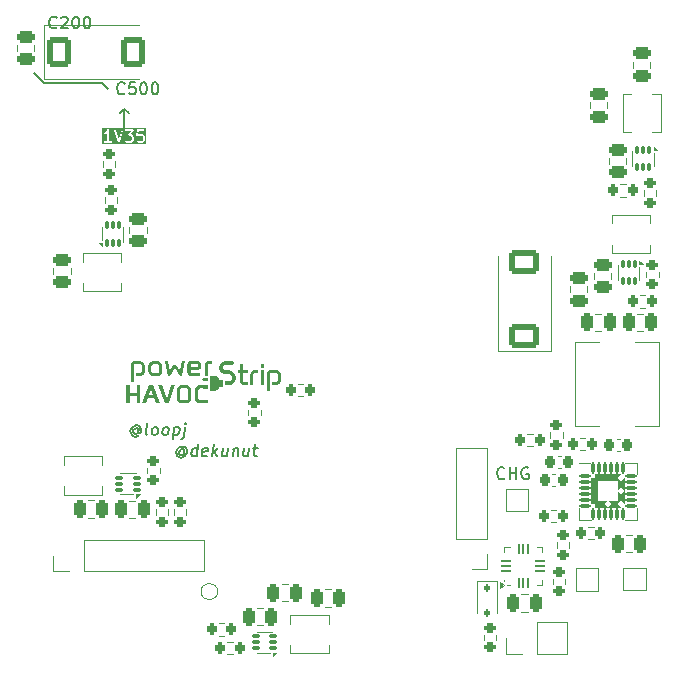
<source format=gto>
%TF.GenerationSoftware,KiCad,Pcbnew,8.0.4*%
%TF.CreationDate,2024-09-14T14:46:55+02:00*%
%TF.ProjectId,WiiRegStripLite,57696952-6567-4537-9472-69704c697465,rev?*%
%TF.SameCoordinates,Original*%
%TF.FileFunction,Legend,Top*%
%TF.FilePolarity,Positive*%
%FSLAX46Y46*%
G04 Gerber Fmt 4.6, Leading zero omitted, Abs format (unit mm)*
G04 Created by KiCad (PCBNEW 8.0.4) date 2024-09-14 14:46:55*
%MOMM*%
%LPD*%
G01*
G04 APERTURE LIST*
G04 Aperture macros list*
%AMRoundRect*
0 Rectangle with rounded corners*
0 $1 Rounding radius*
0 $2 $3 $4 $5 $6 $7 $8 $9 X,Y pos of 4 corners*
0 Add a 4 corners polygon primitive as box body*
4,1,4,$2,$3,$4,$5,$6,$7,$8,$9,$2,$3,0*
0 Add four circle primitives for the rounded corners*
1,1,$1+$1,$2,$3*
1,1,$1+$1,$4,$5*
1,1,$1+$1,$6,$7*
1,1,$1+$1,$8,$9*
0 Add four rect primitives between the rounded corners*
20,1,$1+$1,$2,$3,$4,$5,0*
20,1,$1+$1,$4,$5,$6,$7,0*
20,1,$1+$1,$6,$7,$8,$9,0*
20,1,$1+$1,$8,$9,$2,$3,0*%
%AMFreePoly0*
4,1,14,0.334644,0.085355,0.385355,0.034644,0.400000,-0.000711,0.400000,-0.050000,0.385355,-0.085355,0.350000,-0.100000,-0.350000,-0.100000,-0.385355,-0.085355,-0.400000,-0.050000,-0.400000,0.050000,-0.385355,0.085355,-0.350000,0.100000,0.299289,0.100000,0.334644,0.085355,0.334644,0.085355,$1*%
%AMFreePoly1*
4,1,14,0.385355,0.085355,0.400000,0.050000,0.400000,0.000711,0.385355,-0.034644,0.334644,-0.085355,0.299289,-0.100000,-0.350000,-0.100000,-0.385355,-0.085355,-0.400000,-0.050000,-0.400000,0.050000,-0.385355,0.085355,-0.350000,0.100000,0.350000,0.100000,0.385355,0.085355,0.385355,0.085355,$1*%
%AMFreePoly2*
4,1,14,0.085355,0.385355,0.100000,0.350000,0.100000,-0.350000,0.085355,-0.385355,0.050000,-0.400000,-0.050000,-0.400000,-0.085355,-0.385355,-0.100000,-0.350000,-0.100000,0.299289,-0.085355,0.334644,-0.034644,0.385355,0.000711,0.400000,0.050000,0.400000,0.085355,0.385355,0.085355,0.385355,$1*%
%AMFreePoly3*
4,1,14,0.034644,0.385355,0.085355,0.334644,0.100000,0.299289,0.100000,-0.350000,0.085355,-0.385355,0.050000,-0.400000,-0.050000,-0.400000,-0.085355,-0.385355,-0.100000,-0.350000,-0.100000,0.350000,-0.085355,0.385355,-0.050000,0.400000,-0.000711,0.400000,0.034644,0.385355,0.034644,0.385355,$1*%
%AMFreePoly4*
4,1,14,0.385355,0.085355,0.400000,0.050000,0.400000,-0.050000,0.385355,-0.085355,0.350000,-0.100000,-0.299289,-0.100000,-0.334644,-0.085355,-0.385355,-0.034644,-0.400000,0.000711,-0.400000,0.050000,-0.385355,0.085355,-0.350000,0.100000,0.350000,0.100000,0.385355,0.085355,0.385355,0.085355,$1*%
%AMFreePoly5*
4,1,14,0.385355,0.085355,0.400000,0.050000,0.400000,-0.050000,0.385355,-0.085355,0.350000,-0.100000,-0.350000,-0.100000,-0.385355,-0.085355,-0.400000,-0.050000,-0.400000,-0.000711,-0.385355,0.034644,-0.334644,0.085355,-0.299289,0.100000,0.350000,0.100000,0.385355,0.085355,0.385355,0.085355,$1*%
%AMFreePoly6*
4,1,14,0.085355,0.385355,0.100000,0.350000,0.100000,-0.299289,0.085355,-0.334644,0.034644,-0.385355,-0.000711,-0.400000,-0.050000,-0.400000,-0.085355,-0.385355,-0.100000,-0.350000,-0.100000,0.350000,-0.085355,0.385355,-0.050000,0.400000,0.050000,0.400000,0.085355,0.385355,0.085355,0.385355,$1*%
%AMFreePoly7*
4,1,14,0.085355,0.385355,0.100000,0.350000,0.100000,-0.350000,0.085355,-0.385355,0.050000,-0.400000,0.000711,-0.400000,-0.034644,-0.385355,-0.085355,-0.334644,-0.100000,-0.299289,-0.100000,0.350000,-0.085355,0.385355,-0.050000,0.400000,0.050000,0.400000,0.085355,0.385355,0.085355,0.385355,$1*%
G04 Aperture macros list end*
%ADD10C,0.000000*%
%ADD11C,0.150000*%
%ADD12C,0.300000*%
%ADD13C,0.120000*%
%ADD14RoundRect,0.200000X0.200000X0.275000X-0.200000X0.275000X-0.200000X-0.275000X0.200000X-0.275000X0*%
%ADD15RoundRect,0.200000X-0.275000X0.200000X-0.275000X-0.200000X0.275000X-0.200000X0.275000X0.200000X0*%
%ADD16R,1.700000X1.700000*%
%ADD17O,1.700000X1.700000*%
%ADD18RoundRect,0.250000X-0.475000X0.250000X-0.475000X-0.250000X0.475000X-0.250000X0.475000X0.250000X0*%
%ADD19RoundRect,0.250000X0.475000X-0.250000X0.475000X0.250000X-0.475000X0.250000X-0.475000X-0.250000X0*%
%ADD20RoundRect,0.250000X-0.250000X-0.475000X0.250000X-0.475000X0.250000X0.475000X-0.250000X0.475000X0*%
%ADD21RoundRect,0.085000X-0.085000X0.265000X-0.085000X-0.265000X0.085000X-0.265000X0.085000X0.265000X0*%
%ADD22RoundRect,0.112500X-0.112500X0.187500X-0.112500X-0.187500X0.112500X-0.187500X0.112500X0.187500X0*%
%ADD23RoundRect,0.250000X0.250000X0.475000X-0.250000X0.475000X-0.250000X-0.475000X0.250000X-0.475000X0*%
%ADD24RoundRect,0.200000X0.275000X-0.200000X0.275000X0.200000X-0.275000X0.200000X-0.275000X-0.200000X0*%
%ADD25RoundRect,0.085000X0.265000X0.085000X-0.265000X0.085000X-0.265000X-0.085000X0.265000X-0.085000X0*%
%ADD26RoundRect,0.085000X0.085000X-0.265000X0.085000X0.265000X-0.085000X0.265000X-0.085000X-0.265000X0*%
%ADD27RoundRect,0.250000X1.025000X-0.787500X1.025000X0.787500X-1.025000X0.787500X-1.025000X-0.787500X0*%
%ADD28RoundRect,0.200000X-0.200000X-0.275000X0.200000X-0.275000X0.200000X0.275000X-0.200000X0.275000X0*%
%ADD29R,1.500000X1.500000*%
%ADD30RoundRect,0.225000X-0.225000X-0.250000X0.225000X-0.250000X0.225000X0.250000X-0.225000X0.250000X0*%
%ADD31R,3.000000X1.000000*%
%ADD32R,2.200000X2.700000*%
%ADD33R,1.500000X1.200000*%
%ADD34RoundRect,0.225000X0.225000X0.250000X-0.225000X0.250000X-0.225000X-0.250000X0.225000X-0.250000X0*%
%ADD35R,1.200000X1.500000*%
%ADD36R,1.000000X3.000000*%
%ADD37RoundRect,0.250000X-0.787500X-1.025000X0.787500X-1.025000X0.787500X1.025000X-0.787500X1.025000X0*%
%ADD38R,1.000000X1.500000*%
%ADD39C,1.000000*%
%ADD40FreePoly0,90.000000*%
%ADD41RoundRect,0.050000X0.050000X-0.350000X0.050000X0.350000X-0.050000X0.350000X-0.050000X-0.350000X0*%
%ADD42FreePoly1,90.000000*%
%ADD43FreePoly2,90.000000*%
%ADD44RoundRect,0.050000X0.350000X-0.050000X0.350000X0.050000X-0.350000X0.050000X-0.350000X-0.050000X0*%
%ADD45FreePoly3,90.000000*%
%ADD46FreePoly4,90.000000*%
%ADD47FreePoly5,90.000000*%
%ADD48FreePoly6,90.000000*%
%ADD49FreePoly7,90.000000*%
%ADD50RoundRect,0.095000X-0.380000X-0.095000X0.380000X-0.095000X0.380000X0.095000X-0.380000X0.095000X0*%
%ADD51RoundRect,0.095000X0.095000X-0.380000X0.095000X0.380000X-0.095000X0.380000X-0.095000X-0.380000X0*%
%ADD52RoundRect,0.095000X0.380000X0.095000X-0.380000X0.095000X-0.380000X-0.095000X0.380000X-0.095000X0*%
%ADD53RoundRect,0.095000X-0.095000X0.380000X-0.095000X-0.380000X0.095000X-0.380000X0.095000X0.380000X0*%
%ADD54C,0.500000*%
%ADD55RoundRect,0.260400X-1.139600X1.139600X-1.139600X-1.139600X1.139600X-1.139600X1.139600X1.139600X0*%
G04 APERTURE END LIST*
D10*
G36*
X144593146Y-133358513D02*
G01*
X144608708Y-133359247D01*
X144624098Y-133360471D01*
X144639315Y-133362187D01*
X144654363Y-133364391D01*
X144669242Y-133367088D01*
X144683947Y-133370270D01*
X144698480Y-133373947D01*
X144712845Y-133378109D01*
X144727035Y-133382761D01*
X144741060Y-133387906D01*
X144754908Y-133393538D01*
X144768591Y-133399663D01*
X144782104Y-133406278D01*
X144795435Y-133413378D01*
X144808607Y-133420973D01*
X144821492Y-133428834D01*
X144834046Y-133437028D01*
X144846266Y-133445545D01*
X144858147Y-133454391D01*
X144869694Y-133463565D01*
X144880910Y-133473067D01*
X144891789Y-133482893D01*
X144902334Y-133493052D01*
X144912541Y-133503537D01*
X144922418Y-133514353D01*
X144931959Y-133525492D01*
X144941162Y-133536957D01*
X144950034Y-133548755D01*
X144958568Y-133560879D01*
X144966772Y-133573332D01*
X144974635Y-133586108D01*
X144982230Y-133599089D01*
X144989333Y-133612254D01*
X144995945Y-133625602D01*
X145002070Y-133639136D01*
X145007705Y-133652856D01*
X145012847Y-133666757D01*
X145017499Y-133680846D01*
X145021664Y-133695119D01*
X145025341Y-133709578D01*
X145028522Y-133724223D01*
X145031217Y-133739048D01*
X145033421Y-133754060D01*
X145035137Y-133769257D01*
X145036364Y-133784641D01*
X145037095Y-133800208D01*
X145037342Y-133815958D01*
X145037342Y-134172564D01*
X145037098Y-134188319D01*
X145036364Y-134203905D01*
X145035137Y-134219315D01*
X145033423Y-134234556D01*
X145031219Y-134249623D01*
X145028525Y-134264519D01*
X145025341Y-134279243D01*
X145021664Y-134293791D01*
X145017502Y-134308168D01*
X145012849Y-134322373D01*
X145007705Y-134336402D01*
X145002070Y-134350262D01*
X144995945Y-134363948D01*
X144989335Y-134377463D01*
X144982230Y-134390806D01*
X144974637Y-134403976D01*
X144966772Y-134416868D01*
X144958568Y-134429434D01*
X144950034Y-134441679D01*
X144941159Y-134453598D01*
X144931956Y-134465193D01*
X144922415Y-134476465D01*
X144912541Y-134487411D01*
X144902332Y-134498034D01*
X144891789Y-134508333D01*
X144880908Y-134518306D01*
X144869696Y-134527958D01*
X144858147Y-134537281D01*
X144846264Y-134546282D01*
X144834046Y-134554958D01*
X144821496Y-134563314D01*
X144808609Y-134571339D01*
X144795440Y-134578770D01*
X144782101Y-134585723D01*
X144768589Y-134592198D01*
X144754910Y-134598187D01*
X144741060Y-134603699D01*
X144727038Y-134608735D01*
X144712840Y-134613288D01*
X144698483Y-134617366D01*
X144683947Y-134620960D01*
X144669242Y-134624080D01*
X144654365Y-134626714D01*
X144639315Y-134628872D01*
X144624096Y-134630550D01*
X144608708Y-134631750D01*
X144593148Y-134632469D01*
X144577419Y-134632706D01*
X144273482Y-134632708D01*
X144273482Y-134373180D01*
X144577417Y-134373180D01*
X144587752Y-134372951D01*
X144597882Y-134372255D01*
X144607814Y-134371104D01*
X144617544Y-134369484D01*
X144627075Y-134367403D01*
X144636406Y-134364863D01*
X144645532Y-134361860D01*
X144654459Y-134358393D01*
X144663192Y-134354467D01*
X144671719Y-134350078D01*
X144680045Y-134345228D01*
X144688174Y-134339915D01*
X144696100Y-134334140D01*
X144703825Y-134327904D01*
X144711348Y-134321202D01*
X144718675Y-134314044D01*
X144725836Y-134306420D01*
X144732537Y-134298615D01*
X144738771Y-134290626D01*
X144744548Y-134282456D01*
X144749862Y-134274101D01*
X144754712Y-134265562D01*
X144759101Y-134256839D01*
X144763029Y-134247933D01*
X144766489Y-134238846D01*
X144769497Y-134229578D01*
X144772039Y-134220124D01*
X144774113Y-134210484D01*
X144775733Y-134200670D01*
X144776889Y-134190666D01*
X144777579Y-134180478D01*
X144777814Y-134170111D01*
X144777811Y-133818418D01*
X144777582Y-133808059D01*
X144776889Y-133797902D01*
X144775733Y-133787946D01*
X144774117Y-133778195D01*
X144772036Y-133768644D01*
X144769494Y-133759294D01*
X144766493Y-133750151D01*
X144763027Y-133741204D01*
X144759099Y-133732462D01*
X144754712Y-133723923D01*
X144749862Y-133715587D01*
X144744546Y-133707451D01*
X144738771Y-133699518D01*
X144732537Y-133691790D01*
X144725838Y-133684260D01*
X144718675Y-133676933D01*
X144711353Y-133669775D01*
X144703825Y-133663078D01*
X144696100Y-133656837D01*
X144688174Y-133651062D01*
X144680048Y-133645749D01*
X144671716Y-133640898D01*
X144663192Y-133636512D01*
X144654462Y-133632584D01*
X144645532Y-133629119D01*
X144636403Y-133626119D01*
X144627073Y-133623574D01*
X144617546Y-133621498D01*
X144607812Y-133619878D01*
X144597882Y-133618724D01*
X144587750Y-133618031D01*
X144577417Y-133617802D01*
X144125976Y-133617802D01*
X144125974Y-135107589D01*
X143866443Y-135107586D01*
X143866446Y-133617802D01*
X143866743Y-133604531D01*
X143867636Y-133591511D01*
X143869121Y-133578728D01*
X143871202Y-133566193D01*
X143873877Y-133553905D01*
X143877148Y-133541858D01*
X143881011Y-133530055D01*
X143885470Y-133518493D01*
X143890523Y-133507178D01*
X143896172Y-133496111D01*
X143902413Y-133485281D01*
X143909250Y-133474702D01*
X143916681Y-133464361D01*
X143924708Y-133454268D01*
X143933327Y-133444415D01*
X143942542Y-133434814D01*
X143952201Y-133425541D01*
X143962102Y-133416869D01*
X143972244Y-133408801D01*
X143982627Y-133401324D01*
X143993247Y-133394446D01*
X144004114Y-133388169D01*
X144015214Y-133382486D01*
X144026561Y-133377404D01*
X144038142Y-133372921D01*
X144049967Y-133369029D01*
X144062036Y-133365741D01*
X144074343Y-133363054D01*
X144086890Y-133360961D01*
X144099676Y-133359464D01*
X144112707Y-133358566D01*
X144125974Y-133358264D01*
X144577415Y-133358264D01*
X144593146Y-133358513D01*
G37*
G36*
X154990050Y-133599012D02*
G01*
X154998133Y-133599560D01*
X155006059Y-133600477D01*
X155013826Y-133601759D01*
X155021443Y-133603408D01*
X155028900Y-133605419D01*
X155036205Y-133607802D01*
X155043351Y-133610544D01*
X155050345Y-133613656D01*
X155057185Y-133617135D01*
X155063870Y-133620979D01*
X155070396Y-133625192D01*
X155076769Y-133629764D01*
X155082988Y-133634711D01*
X155089050Y-133640015D01*
X155094955Y-133645691D01*
X155100634Y-133651625D01*
X155105940Y-133657711D01*
X155110882Y-133663947D01*
X155115462Y-133670335D01*
X155119670Y-133676875D01*
X155123513Y-133683570D01*
X155126994Y-133690414D01*
X155130104Y-133697408D01*
X155132851Y-133704554D01*
X155135229Y-133711852D01*
X155137243Y-133719300D01*
X155138892Y-133726905D01*
X155140174Y-133734662D01*
X155141089Y-133742563D01*
X155141637Y-133750622D01*
X155141820Y-133758830D01*
X155141639Y-133767041D01*
X155141089Y-133775100D01*
X155140174Y-133783011D01*
X155138892Y-133790773D01*
X155137243Y-133798380D01*
X155135232Y-133805840D01*
X155132849Y-133813150D01*
X155130104Y-133820311D01*
X155126994Y-133827324D01*
X155123511Y-133834183D01*
X155119672Y-133840892D01*
X155115462Y-133847454D01*
X155110882Y-133853863D01*
X155105940Y-133860123D01*
X155100631Y-133866234D01*
X155094958Y-133872195D01*
X155089026Y-133877868D01*
X155082940Y-133883179D01*
X155076704Y-133888121D01*
X155070313Y-133892698D01*
X155063773Y-133896906D01*
X155057081Y-133900750D01*
X155050237Y-133904229D01*
X155043240Y-133907343D01*
X155036097Y-133910086D01*
X155028796Y-133912466D01*
X155021346Y-133914482D01*
X155013744Y-133916128D01*
X155005989Y-133917413D01*
X154998085Y-133918328D01*
X154990026Y-133918873D01*
X154981818Y-133919057D01*
X154973607Y-133918873D01*
X154965549Y-133918328D01*
X154957637Y-133917413D01*
X154949878Y-133916131D01*
X154942266Y-133914482D01*
X154934804Y-133912466D01*
X154927496Y-133910088D01*
X154920338Y-133907341D01*
X154913327Y-133904229D01*
X154906468Y-133900750D01*
X154899754Y-133896904D01*
X154893197Y-133892696D01*
X154886787Y-133888121D01*
X154880525Y-133883179D01*
X154874414Y-133877868D01*
X154868451Y-133872195D01*
X154862778Y-133866258D01*
X154857469Y-133860172D01*
X154852525Y-133853931D01*
X154847952Y-133847538D01*
X154843739Y-133840986D01*
X154839898Y-133834287D01*
X154836420Y-133827433D01*
X154833305Y-133820422D01*
X154830560Y-133813259D01*
X154828180Y-133805946D01*
X154826164Y-133798477D01*
X154824520Y-133790855D01*
X154823238Y-133783079D01*
X154822323Y-133775148D01*
X154821773Y-133767065D01*
X154821591Y-133758830D01*
X154821775Y-133750622D01*
X154822323Y-133742566D01*
X154823238Y-133734662D01*
X154824520Y-133726905D01*
X154826169Y-133719305D01*
X154828180Y-133711852D01*
X154830560Y-133704554D01*
X154833308Y-133697408D01*
X154836420Y-133690411D01*
X154839898Y-133683570D01*
X154843739Y-133676875D01*
X154847952Y-133670337D01*
X154852525Y-133663947D01*
X154857472Y-133657711D01*
X154862778Y-133651625D01*
X154868454Y-133645691D01*
X154874388Y-133640015D01*
X154880477Y-133634706D01*
X154886715Y-133629764D01*
X154893113Y-133625187D01*
X154899662Y-133620979D01*
X154906362Y-133617133D01*
X154913218Y-133613654D01*
X154920227Y-133610542D01*
X154927387Y-133607795D01*
X154934702Y-133605417D01*
X154942172Y-133603401D01*
X154949796Y-133601757D01*
X154957572Y-133600475D01*
X154965498Y-133599560D01*
X154973583Y-133599012D01*
X154981818Y-133598826D01*
X154990050Y-133599012D01*
G37*
G36*
X156121802Y-134106084D02*
G01*
X156137364Y-134106817D01*
X156152755Y-134108044D01*
X156167972Y-134109758D01*
X156183020Y-134111965D01*
X156197894Y-134114654D01*
X156212599Y-134117841D01*
X156227137Y-134121518D01*
X156241502Y-134125680D01*
X156255695Y-134130334D01*
X156269716Y-134135479D01*
X156283569Y-134141111D01*
X156297248Y-134147234D01*
X156310756Y-134153844D01*
X156324097Y-134160951D01*
X156337266Y-134168544D01*
X156350153Y-134176407D01*
X156362705Y-134184594D01*
X156374921Y-134193106D01*
X156386806Y-134201950D01*
X156398353Y-134211114D01*
X156409567Y-134220607D01*
X156420448Y-134230425D01*
X156430988Y-134240567D01*
X156441200Y-134251038D01*
X156451075Y-134261837D01*
X156460616Y-134272959D01*
X156469821Y-134284405D01*
X156478691Y-134296179D01*
X156487225Y-134308279D01*
X156495429Y-134320705D01*
X156503294Y-134333457D01*
X156510887Y-134346460D01*
X156517989Y-134359651D01*
X156524602Y-134373016D01*
X156530727Y-134386567D01*
X156536362Y-134400296D01*
X156541506Y-134414210D01*
X156546161Y-134428304D01*
X156550323Y-134442579D01*
X156553995Y-134457035D01*
X156557179Y-134471673D01*
X156559876Y-134486494D01*
X156562083Y-134501493D01*
X156563794Y-134516674D01*
X156565021Y-134532038D01*
X156565755Y-134547583D01*
X156566001Y-134563307D01*
X156566001Y-134920132D01*
X156565755Y-134935887D01*
X156565021Y-134951471D01*
X156563794Y-134966879D01*
X156562078Y-134982110D01*
X156559876Y-134997175D01*
X156557182Y-135012056D01*
X156553995Y-135026768D01*
X156550323Y-135041304D01*
X156546156Y-135055669D01*
X156541504Y-135069852D01*
X156536362Y-135083867D01*
X156530727Y-135097710D01*
X156524604Y-135111374D01*
X156517989Y-135124865D01*
X156510887Y-135138179D01*
X156503294Y-135151322D01*
X156495429Y-135164241D01*
X156487225Y-135176831D01*
X156478686Y-135189090D01*
X156469819Y-135201028D01*
X156460616Y-135212636D01*
X156451075Y-135223915D01*
X156441200Y-135234871D01*
X156430991Y-135245496D01*
X156420448Y-135255790D01*
X156409565Y-135265756D01*
X156398355Y-135275401D01*
X156386806Y-135284712D01*
X156374923Y-135293698D01*
X156362702Y-135302355D01*
X156350153Y-135310687D01*
X156337264Y-135318687D01*
X156324097Y-135326147D01*
X156310758Y-135333122D01*
X156297246Y-135339619D01*
X156283569Y-135345635D01*
X156269712Y-135351166D01*
X156255692Y-135356219D01*
X156241502Y-135360789D01*
X156227137Y-135364881D01*
X156212601Y-135368488D01*
X156197896Y-135371617D01*
X156183020Y-135374263D01*
X156167972Y-135376428D01*
X156152755Y-135378111D01*
X156137364Y-135379318D01*
X156121802Y-135380035D01*
X156106074Y-135380276D01*
X155802134Y-135380274D01*
X155802136Y-135120524D01*
X156106074Y-135120524D01*
X156116407Y-135120295D01*
X156126542Y-135119607D01*
X156136478Y-135118453D01*
X156146215Y-135116842D01*
X156155754Y-135114771D01*
X156165092Y-135112241D01*
X156174229Y-135109250D01*
X156183174Y-135105797D01*
X156191921Y-135101886D01*
X156200462Y-135097512D01*
X156208811Y-135092681D01*
X156216954Y-135087387D01*
X156224904Y-135081631D01*
X156232656Y-135075422D01*
X156240203Y-135068746D01*
X156247554Y-135061610D01*
X156254686Y-135053986D01*
X156261361Y-135046181D01*
X156267575Y-135038192D01*
X156273331Y-135030025D01*
X156278625Y-135021667D01*
X156283458Y-135013130D01*
X156287825Y-135004408D01*
X156291741Y-134995502D01*
X156295194Y-134986414D01*
X156298185Y-134977144D01*
X156300715Y-134967690D01*
X156302786Y-134958055D01*
X156304399Y-134948236D01*
X156305551Y-134938234D01*
X156306241Y-134928046D01*
X156306468Y-134917677D01*
X156306466Y-134565757D01*
X156306241Y-134555429D01*
X156305551Y-134545299D01*
X156304397Y-134535365D01*
X156302789Y-134525633D01*
X156300715Y-134516104D01*
X156298182Y-134506773D01*
X156295194Y-134497645D01*
X156291741Y-134488717D01*
X156287828Y-134479987D01*
X156283456Y-134471458D01*
X156278622Y-134463134D01*
X156273333Y-134455005D01*
X156267577Y-134447082D01*
X156261366Y-134439354D01*
X156254686Y-134431829D01*
X156247554Y-134424504D01*
X156240203Y-134417341D01*
X156232651Y-134410639D01*
X156224901Y-134404403D01*
X156216959Y-134398631D01*
X156208811Y-134393317D01*
X156200465Y-134388467D01*
X156191921Y-134384078D01*
X156183174Y-134380150D01*
X156174232Y-134376685D01*
X156165094Y-134373685D01*
X156155754Y-134371142D01*
X156146215Y-134369061D01*
X156136478Y-134367449D01*
X156126542Y-134366290D01*
X156116409Y-134365597D01*
X156106076Y-134365368D01*
X155654408Y-134365370D01*
X155654406Y-135854930D01*
X155394880Y-135854930D01*
X155395100Y-134365368D01*
X155395397Y-134352099D01*
X155396290Y-134339074D01*
X155397775Y-134326291D01*
X155399856Y-134313747D01*
X155402533Y-134301454D01*
X155405800Y-134289395D01*
X155409665Y-134277582D01*
X155414124Y-134266006D01*
X155419175Y-134254676D01*
X155424826Y-134243595D01*
X155431069Y-134232750D01*
X155437902Y-134222142D01*
X155445335Y-134211785D01*
X155453362Y-134201665D01*
X155461983Y-134191791D01*
X155471196Y-134182154D01*
X155480858Y-134172914D01*
X155490761Y-134164271D01*
X155500900Y-134156220D01*
X155511284Y-134148767D01*
X155521907Y-134141913D01*
X155532768Y-134135653D01*
X155543873Y-134129987D01*
X155555215Y-134124917D01*
X155566801Y-134120446D01*
X155578624Y-134116571D01*
X155590688Y-134113290D01*
X155602998Y-134110608D01*
X155615544Y-134108522D01*
X155628335Y-134107030D01*
X155641362Y-134106137D01*
X155654633Y-134105840D01*
X156106076Y-134105840D01*
X156121802Y-134106084D01*
G37*
G36*
X151004213Y-134600814D02*
G01*
X151020250Y-134601171D01*
X151035994Y-134602241D01*
X151051445Y-134604020D01*
X151066611Y-134606519D01*
X151081480Y-134609727D01*
X151096062Y-134613653D01*
X151110349Y-134618285D01*
X151124347Y-134623633D01*
X151138052Y-134629695D01*
X151151468Y-134636469D01*
X151164591Y-134643961D01*
X151177428Y-134652162D01*
X151189970Y-134661073D01*
X151202219Y-134670703D01*
X151214179Y-134681041D01*
X151225847Y-134692095D01*
X151237011Y-134703650D01*
X151247455Y-134715494D01*
X151257177Y-134727623D01*
X151266177Y-134740042D01*
X151274460Y-134752750D01*
X151282024Y-134765746D01*
X151288866Y-134779029D01*
X151294986Y-134792601D01*
X151300389Y-134806464D01*
X151305070Y-134820611D01*
X151309029Y-134835048D01*
X151312269Y-134849770D01*
X151314792Y-134864789D01*
X151316593Y-134880090D01*
X151317670Y-134895681D01*
X151318032Y-134911557D01*
X151631846Y-134911557D01*
X151631850Y-135533048D01*
X151318034Y-135533048D01*
X151317670Y-135548926D01*
X151316593Y-135564520D01*
X151314787Y-135579816D01*
X151312269Y-135594830D01*
X151309027Y-135609557D01*
X151305070Y-135623999D01*
X151300386Y-135638142D01*
X151294983Y-135652002D01*
X151288866Y-135665581D01*
X151282024Y-135678862D01*
X151274460Y-135691857D01*
X151266177Y-135704566D01*
X151257177Y-135716987D01*
X151247455Y-135729116D01*
X151237011Y-135740958D01*
X151225847Y-135752512D01*
X151214182Y-135763567D01*
X151202219Y-135773907D01*
X151189970Y-135783532D01*
X151177428Y-135792448D01*
X151164594Y-135800649D01*
X151151468Y-135808138D01*
X151138054Y-135814910D01*
X151124349Y-135820972D01*
X151110349Y-135826322D01*
X151096064Y-135830957D01*
X151081480Y-135834878D01*
X151066608Y-135838089D01*
X151051449Y-135840585D01*
X151035994Y-135842367D01*
X151020250Y-135843436D01*
X151004215Y-135843796D01*
X150533490Y-135843793D01*
X150533487Y-134600810D01*
X151004213Y-134600814D01*
G37*
G36*
X150376578Y-135066931D02*
G01*
X150062764Y-135066931D01*
X150054512Y-135066757D01*
X150046429Y-135066236D01*
X150038513Y-135065359D01*
X150030771Y-135064138D01*
X150023190Y-135062568D01*
X150015783Y-135060649D01*
X150008543Y-135058380D01*
X150001472Y-135055763D01*
X149994567Y-135052798D01*
X149987834Y-135049481D01*
X149981270Y-135045819D01*
X149974872Y-135041804D01*
X149968643Y-135037444D01*
X149962581Y-135032734D01*
X149956688Y-135027671D01*
X149950964Y-135022261D01*
X149945503Y-135016595D01*
X149940390Y-135010757D01*
X149935636Y-135004760D01*
X149931233Y-134998592D01*
X149927177Y-134992257D01*
X149923476Y-134985755D01*
X149920130Y-134979087D01*
X149917134Y-134972253D01*
X149914490Y-134965249D01*
X149912199Y-134958079D01*
X149910260Y-134950744D01*
X149908674Y-134943241D01*
X149907440Y-134935571D01*
X149906559Y-134927732D01*
X149906031Y-134919729D01*
X149905854Y-134911557D01*
X149906031Y-134903390D01*
X149906557Y-134895382D01*
X149907440Y-134887550D01*
X149908677Y-134879878D01*
X149910260Y-134872377D01*
X149912199Y-134865040D01*
X149914488Y-134857867D01*
X149917131Y-134850866D01*
X149920130Y-134844031D01*
X149923478Y-134837361D01*
X149927179Y-134830862D01*
X149931228Y-134824525D01*
X149935634Y-134818356D01*
X149940392Y-134812357D01*
X149945505Y-134806524D01*
X149950969Y-134800856D01*
X149956686Y-134795443D01*
X149962584Y-134790388D01*
X149968643Y-134785677D01*
X149974867Y-134781313D01*
X149981270Y-134777298D01*
X149987834Y-134773633D01*
X149994567Y-134770318D01*
X150001472Y-134767356D01*
X150008545Y-134764737D01*
X150015783Y-134762470D01*
X150023192Y-134760548D01*
X150030771Y-134758979D01*
X150038513Y-134757757D01*
X150046428Y-134756883D01*
X150054514Y-134756362D01*
X150062764Y-134756185D01*
X150376580Y-134756185D01*
X150376578Y-135066931D01*
G37*
G36*
X150741192Y-133358266D02*
G01*
X150741192Y-133616681D01*
X150457118Y-133616684D01*
X150451614Y-133616802D01*
X150446211Y-133617162D01*
X150440902Y-133617763D01*
X150435695Y-133618606D01*
X150430584Y-133619692D01*
X150425569Y-133621015D01*
X150420652Y-133622577D01*
X150415833Y-133624378D01*
X150411111Y-133626428D01*
X150406490Y-133628709D01*
X150401963Y-133631237D01*
X150397535Y-133634006D01*
X150393204Y-133637009D01*
X150388972Y-133640261D01*
X150384837Y-133643750D01*
X150380800Y-133647477D01*
X150377070Y-133651214D01*
X150373579Y-133655053D01*
X150370332Y-133659000D01*
X150367324Y-133663056D01*
X150364557Y-133667216D01*
X150362034Y-133671484D01*
X150359748Y-133675859D01*
X150357701Y-133680337D01*
X150355898Y-133684924D01*
X150354333Y-133689615D01*
X150353010Y-133694417D01*
X150351929Y-133699320D01*
X150351084Y-133704327D01*
X150350482Y-133709448D01*
X150350123Y-133714672D01*
X150350000Y-133720000D01*
X150350002Y-134632708D01*
X150090474Y-134632708D01*
X150090474Y-133715092D01*
X150090662Y-133702862D01*
X150091237Y-133690762D01*
X150092198Y-133678792D01*
X150093543Y-133666962D01*
X150095269Y-133655263D01*
X150097376Y-133643704D01*
X150099870Y-133632275D01*
X150102746Y-133620979D01*
X150106005Y-133609818D01*
X150109650Y-133598790D01*
X150113677Y-133587897D01*
X150118085Y-133577139D01*
X150122880Y-133566514D01*
X150128061Y-133556029D01*
X150133621Y-133545670D01*
X150139570Y-133535453D01*
X150146023Y-133525429D01*
X150152727Y-133515666D01*
X150159678Y-133506164D01*
X150166877Y-133496917D01*
X150174322Y-133487931D01*
X150182011Y-133479204D01*
X150189957Y-133470745D01*
X150198146Y-133462539D01*
X150206583Y-133454594D01*
X150215265Y-133446904D01*
X150224195Y-133439481D01*
X150233374Y-133432313D01*
X150242804Y-133425406D01*
X150252477Y-133418762D01*
X150262400Y-133412374D01*
X150272569Y-133406244D01*
X150283095Y-133400433D01*
X150293758Y-133395001D01*
X150304552Y-133389941D01*
X150315484Y-133385255D01*
X150326548Y-133380943D01*
X150337745Y-133377008D01*
X150349080Y-133373447D01*
X150360547Y-133370260D01*
X150372150Y-133367450D01*
X150383886Y-133365017D01*
X150395754Y-133362952D01*
X150407757Y-133361265D01*
X150419896Y-133359954D01*
X150432170Y-133359020D01*
X150444576Y-133358455D01*
X150457113Y-133358264D01*
X150741192Y-133358266D01*
G37*
G36*
X150376580Y-135688422D02*
G01*
X150062764Y-135688422D01*
X150054514Y-135688248D01*
X150046429Y-135687722D01*
X150038513Y-135686848D01*
X150030771Y-135685631D01*
X150023192Y-135684062D01*
X150015783Y-135682140D01*
X150008545Y-135679873D01*
X150001472Y-135677254D01*
X149994567Y-135674287D01*
X149987836Y-135670974D01*
X149981267Y-135667307D01*
X149974872Y-135663295D01*
X149968641Y-135658930D01*
X149962581Y-135654220D01*
X149956688Y-135649160D01*
X149950966Y-135643752D01*
X149945505Y-135638086D01*
X149940392Y-135632250D01*
X149935634Y-135626249D01*
X149931230Y-135620080D01*
X149927179Y-135613748D01*
X149923476Y-135607244D01*
X149920130Y-135600576D01*
X149917131Y-135593741D01*
X149914488Y-135586738D01*
X149912196Y-135579570D01*
X149910260Y-135572233D01*
X149908677Y-135564732D01*
X149907440Y-135557060D01*
X149906557Y-135549221D01*
X149906033Y-135541220D01*
X149905852Y-135533048D01*
X149906031Y-135524878D01*
X149906559Y-135516875D01*
X149907440Y-135509036D01*
X149908674Y-135501366D01*
X149910260Y-135493863D01*
X149912194Y-135486526D01*
X149914488Y-135479361D01*
X149917134Y-135472357D01*
X149920130Y-135465520D01*
X149923476Y-135458852D01*
X149927177Y-135452348D01*
X149931230Y-135446016D01*
X149935634Y-135439847D01*
X149940392Y-135433848D01*
X149945505Y-135428013D01*
X149950966Y-135422344D01*
X149956688Y-135416936D01*
X149962581Y-135411879D01*
X149968643Y-135407166D01*
X149974872Y-135402804D01*
X149981270Y-135398791D01*
X149987836Y-135395126D01*
X149994567Y-135391812D01*
X150001472Y-135388842D01*
X150008543Y-135386225D01*
X150015781Y-135383956D01*
X150023192Y-135382041D01*
X150030771Y-135380470D01*
X150038513Y-135379246D01*
X150046429Y-135378374D01*
X150054512Y-135377848D01*
X150062764Y-135377679D01*
X150376578Y-135377674D01*
X150376580Y-135688422D01*
G37*
G36*
X146074034Y-133358735D02*
G01*
X146089618Y-133359466D01*
X146105025Y-133360688D01*
X146120261Y-133362397D01*
X146135319Y-133364592D01*
X146150205Y-133367279D01*
X146164915Y-133370449D01*
X146179451Y-133374111D01*
X146193815Y-133378261D01*
X146208003Y-133382899D01*
X146222016Y-133388024D01*
X146235854Y-133393637D01*
X146249518Y-133399740D01*
X146263006Y-133406329D01*
X146276328Y-133413407D01*
X146289469Y-133420976D01*
X146302382Y-133428844D01*
X146314955Y-133437045D01*
X146327200Y-133445584D01*
X146339107Y-133454463D01*
X146350674Y-133463673D01*
X146361905Y-133473224D01*
X146372800Y-133483113D01*
X146383360Y-133493332D01*
X146393582Y-133503892D01*
X146403468Y-133514787D01*
X146413016Y-133526018D01*
X146422231Y-133537587D01*
X146431106Y-133549491D01*
X146439645Y-133561734D01*
X146447851Y-133574312D01*
X146455719Y-133587226D01*
X146463285Y-133600369D01*
X146470363Y-133613685D01*
X146476952Y-133627174D01*
X146483055Y-133640838D01*
X146488668Y-133654679D01*
X146493791Y-133668691D01*
X146498428Y-133682882D01*
X146502579Y-133697239D01*
X146506238Y-133711777D01*
X146509412Y-133726487D01*
X146512098Y-133741373D01*
X146514295Y-133756433D01*
X146516006Y-133771669D01*
X146517226Y-133787077D01*
X146517957Y-133802658D01*
X146518198Y-133818416D01*
X146518201Y-134172564D01*
X146517957Y-134188319D01*
X146517226Y-134203905D01*
X146516006Y-134219320D01*
X146514295Y-134234556D01*
X146512098Y-134249625D01*
X146509413Y-134264521D01*
X146506238Y-134279243D01*
X146502579Y-134293791D01*
X146498431Y-134308168D01*
X146493791Y-134322373D01*
X146488665Y-134336404D01*
X146483055Y-134350267D01*
X146476952Y-134363951D01*
X146470361Y-134377465D01*
X146463285Y-134390809D01*
X146455719Y-134403976D01*
X146447851Y-134416868D01*
X146439645Y-134429434D01*
X146431108Y-134441681D01*
X146422229Y-134453600D01*
X146413016Y-134465193D01*
X146403468Y-134476465D01*
X146393582Y-134487416D01*
X146383357Y-134498036D01*
X146372802Y-134508335D01*
X146361905Y-134518308D01*
X146350674Y-134527958D01*
X146339102Y-134537279D01*
X146327198Y-134546284D01*
X146314960Y-134554961D01*
X146302382Y-134563316D01*
X146289464Y-134571339D01*
X146276326Y-134578772D01*
X146263011Y-134585725D01*
X146249518Y-134592198D01*
X146235854Y-134598190D01*
X146222016Y-134603706D01*
X146208001Y-134608735D01*
X146193815Y-134613293D01*
X146179453Y-134617368D01*
X146164915Y-134620963D01*
X146150205Y-134624080D01*
X146135321Y-134626716D01*
X146120259Y-134628872D01*
X146105023Y-134630550D01*
X146089618Y-134631750D01*
X146074034Y-134632469D01*
X146058279Y-134632708D01*
X145780227Y-134632710D01*
X145764495Y-134632469D01*
X145748933Y-134631750D01*
X145733548Y-134630545D01*
X145718328Y-134628860D01*
X145703281Y-134626694D01*
X145688404Y-134624051D01*
X145673702Y-134620922D01*
X145659166Y-134617313D01*
X145644799Y-134613218D01*
X145630608Y-134608653D01*
X145616586Y-134603600D01*
X145602734Y-134598064D01*
X145589055Y-134592050D01*
X145575542Y-134585554D01*
X145562206Y-134578579D01*
X145549039Y-134571119D01*
X145536145Y-134563142D01*
X145523579Y-134554833D01*
X145511334Y-134546197D01*
X145499412Y-134537226D01*
X145487817Y-134527924D01*
X145476547Y-134518294D01*
X145465599Y-134508330D01*
X145454979Y-134498034D01*
X145444680Y-134487411D01*
X145434707Y-134476453D01*
X145425057Y-134465164D01*
X145415729Y-134453542D01*
X145406728Y-134441592D01*
X145398052Y-134429311D01*
X145389701Y-134416699D01*
X145381674Y-134403754D01*
X145374243Y-134390611D01*
X145367290Y-134377294D01*
X145360815Y-134363803D01*
X145354823Y-134350139D01*
X145349311Y-134336301D01*
X145344275Y-134322286D01*
X145339719Y-134308098D01*
X145335647Y-134293738D01*
X145332049Y-134279202D01*
X145328935Y-134264490D01*
X145326296Y-134249604D01*
X145324138Y-134234544D01*
X145322458Y-134219308D01*
X145321263Y-134203903D01*
X145320541Y-134188319D01*
X145320304Y-134172566D01*
X145320300Y-134170106D01*
X145320300Y-133820868D01*
X145579832Y-133820868D01*
X145579832Y-134170108D01*
X145580064Y-134180475D01*
X145580757Y-134190663D01*
X145581911Y-134200663D01*
X145583526Y-134210484D01*
X145585607Y-134220119D01*
X145588147Y-134229573D01*
X145591153Y-134238844D01*
X145594615Y-134247933D01*
X145598545Y-134256837D01*
X145602934Y-134265559D01*
X145607784Y-134274096D01*
X145613095Y-134282451D01*
X145618873Y-134290624D01*
X145625108Y-134298615D01*
X145631805Y-134306415D01*
X145638966Y-134314039D01*
X145646426Y-134321202D01*
X145654062Y-134327899D01*
X145661887Y-134334140D01*
X145669887Y-134339912D01*
X145678076Y-134345226D01*
X145686446Y-134350076D01*
X145695002Y-134354467D01*
X145703739Y-134358393D01*
X145712660Y-134361860D01*
X145721764Y-134364863D01*
X145731049Y-134367403D01*
X145740518Y-134369481D01*
X145750172Y-134371099D01*
X145760005Y-134372253D01*
X145770024Y-134372946D01*
X145780227Y-134373178D01*
X146058276Y-134373178D01*
X146068636Y-134372946D01*
X146078795Y-134372255D01*
X146088749Y-134371099D01*
X146098502Y-134369484D01*
X146108050Y-134367403D01*
X146117398Y-134364863D01*
X146126543Y-134361856D01*
X146135488Y-134358393D01*
X146144230Y-134354465D01*
X146152771Y-134350076D01*
X146161105Y-134345226D01*
X146169243Y-134339915D01*
X146177171Y-134334135D01*
X146184904Y-134327904D01*
X146192434Y-134321202D01*
X146199756Y-134314039D01*
X146206917Y-134306415D01*
X146213616Y-134298612D01*
X146219852Y-134290624D01*
X146225630Y-134282454D01*
X146230941Y-134274096D01*
X146235793Y-134265557D01*
X146240185Y-134256837D01*
X146244108Y-134247933D01*
X146247575Y-134238846D01*
X146250576Y-134229573D01*
X146253118Y-134220121D01*
X146255199Y-134210484D01*
X146256814Y-134200665D01*
X146257968Y-134190663D01*
X146258661Y-134180473D01*
X146258895Y-134170106D01*
X146258895Y-133820871D01*
X146258661Y-133810504D01*
X146257968Y-133800333D01*
X146256814Y-133790350D01*
X146255196Y-133780561D01*
X146253118Y-133770964D01*
X146250576Y-133761558D01*
X146247572Y-133752343D01*
X146244108Y-133743319D01*
X146240182Y-133734495D01*
X146235793Y-133725852D01*
X146230943Y-133717410D01*
X146225630Y-133709153D01*
X146219855Y-133701092D01*
X146213616Y-133693217D01*
X146206917Y-133685537D01*
X146199759Y-133678051D01*
X146192432Y-133670755D01*
X146184904Y-133663928D01*
X146177169Y-133657571D01*
X146169241Y-133651690D01*
X146161105Y-133646277D01*
X146152771Y-133641333D01*
X146144230Y-133636862D01*
X146135488Y-133632859D01*
X146126545Y-133629332D01*
X146117400Y-133626271D01*
X146108053Y-133623683D01*
X146098500Y-133621563D01*
X146088749Y-133619916D01*
X146078795Y-133618741D01*
X146068638Y-133618036D01*
X146058274Y-133617797D01*
X145780224Y-133617799D01*
X145770024Y-133618033D01*
X145760005Y-133618741D01*
X145750172Y-133619919D01*
X145740520Y-133621563D01*
X145731049Y-133623685D01*
X145721761Y-133626271D01*
X145712657Y-133629332D01*
X145703737Y-133632859D01*
X145695000Y-133636862D01*
X145686449Y-133641335D01*
X145678079Y-133646277D01*
X145669890Y-133651690D01*
X145661882Y-133657571D01*
X145654065Y-133663930D01*
X145646424Y-133670755D01*
X145638971Y-133678051D01*
X145631805Y-133685537D01*
X145625108Y-133693217D01*
X145618873Y-133701092D01*
X145613098Y-133709151D01*
X145607784Y-133717410D01*
X145602934Y-133725855D01*
X145598540Y-133734493D01*
X145594615Y-133743319D01*
X145591153Y-133752346D01*
X145588147Y-133761558D01*
X145585607Y-133770967D01*
X145583528Y-133780561D01*
X145581913Y-133790353D01*
X145580757Y-133800333D01*
X145580062Y-133810507D01*
X145579832Y-133820868D01*
X145320300Y-133820868D01*
X145320300Y-133818416D01*
X145320541Y-133802658D01*
X145321260Y-133787074D01*
X145322460Y-133771667D01*
X145324138Y-133756433D01*
X145326294Y-133741376D01*
X145328933Y-133726487D01*
X145332049Y-133711777D01*
X145335647Y-133697244D01*
X145339719Y-133682882D01*
X145344273Y-133668691D01*
X145349309Y-133654679D01*
X145354823Y-133640840D01*
X145360817Y-133627176D01*
X145367290Y-133613685D01*
X145374240Y-133600369D01*
X145381671Y-133587226D01*
X145389701Y-133574312D01*
X145398052Y-133561734D01*
X145406731Y-133549494D01*
X145415731Y-133537587D01*
X145425055Y-133526018D01*
X145434704Y-133514787D01*
X145444677Y-133503892D01*
X145454979Y-133493332D01*
X145465599Y-133483110D01*
X145476547Y-133473224D01*
X145487815Y-133463671D01*
X145499415Y-133454461D01*
X145511334Y-133445584D01*
X145523579Y-133437045D01*
X145536145Y-133428841D01*
X145549037Y-133420976D01*
X145562206Y-133413407D01*
X145575545Y-133406329D01*
X145589055Y-133399738D01*
X145602736Y-133393637D01*
X145616586Y-133388024D01*
X145630608Y-133382899D01*
X145644804Y-133378261D01*
X145659166Y-133374111D01*
X145673699Y-133370451D01*
X145688407Y-133367279D01*
X145703281Y-133364592D01*
X145718331Y-133362397D01*
X145733545Y-133360688D01*
X145748936Y-133359466D01*
X145764495Y-133358735D01*
X145780227Y-133358491D01*
X146058279Y-133358491D01*
X146074034Y-133358735D01*
G37*
G36*
X148194991Y-134632483D02*
G01*
X147967374Y-134632486D01*
X147572387Y-133964806D01*
X147176511Y-134632708D01*
X146948892Y-134632706D01*
X146727518Y-133358491D01*
X146988169Y-133358269D01*
X147134557Y-134202242D01*
X147449428Y-133664439D01*
X147694229Y-133664437D01*
X148009098Y-134202242D01*
X148155492Y-133358266D01*
X148415020Y-133358266D01*
X148194991Y-134632483D01*
G37*
G36*
X149439754Y-133358269D02*
G01*
X149452451Y-133358464D01*
X149464995Y-133359056D01*
X149477380Y-133360041D01*
X149489613Y-133361417D01*
X149501693Y-133363194D01*
X149513612Y-133365359D01*
X149525379Y-133367921D01*
X149536994Y-133370876D01*
X149548449Y-133374224D01*
X149559753Y-133377969D01*
X149570897Y-133382104D01*
X149581891Y-133386636D01*
X149592726Y-133391561D01*
X149603406Y-133396879D01*
X149613928Y-133402594D01*
X149624304Y-133408702D01*
X149634627Y-133414979D01*
X149644685Y-133421536D01*
X149654467Y-133428373D01*
X149663982Y-133435495D01*
X149673228Y-133442892D01*
X149682199Y-133450570D01*
X149690902Y-133458536D01*
X149699340Y-133466778D01*
X149707503Y-133475300D01*
X149715395Y-133484102D01*
X149723019Y-133493190D01*
X149730370Y-133502552D01*
X149737451Y-133512197D01*
X149744266Y-133522126D01*
X149750809Y-133532329D01*
X149757078Y-133542819D01*
X149763189Y-133553352D01*
X149768901Y-133564023D01*
X149774219Y-133574841D01*
X149779147Y-133585804D01*
X149783676Y-133596907D01*
X149787814Y-133608152D01*
X149791556Y-133619542D01*
X149794904Y-133631075D01*
X149797859Y-133642750D01*
X149800423Y-133654570D01*
X149802589Y-133666530D01*
X149804363Y-133678637D01*
X149805742Y-133690885D01*
X149806724Y-133703272D01*
X149807316Y-133715804D01*
X149807514Y-133728484D01*
X149807511Y-133764187D01*
X149807316Y-133776729D01*
X149806724Y-133789136D01*
X149805742Y-133801410D01*
X149804361Y-133813546D01*
X149802586Y-133825552D01*
X149800421Y-133837420D01*
X149797862Y-133849158D01*
X149794907Y-133860761D01*
X149791558Y-133872228D01*
X149787811Y-133883558D01*
X149783678Y-133894758D01*
X149779142Y-133905825D01*
X149774219Y-133916751D01*
X149768901Y-133927548D01*
X149763189Y-133938209D01*
X149757081Y-133948740D01*
X149750809Y-133958935D01*
X149744264Y-133968874D01*
X149737456Y-133978565D01*
X149730368Y-133988000D01*
X149723019Y-133997181D01*
X149715397Y-134006111D01*
X149707503Y-134014790D01*
X149699338Y-134023216D01*
X149690905Y-134031388D01*
X149682202Y-134039309D01*
X149673226Y-134046974D01*
X149663984Y-134054388D01*
X149654470Y-134061551D01*
X149644682Y-134068456D01*
X149634627Y-134075114D01*
X149624302Y-134081514D01*
X149613906Y-134087487D01*
X149603356Y-134093071D01*
X149592656Y-134098276D01*
X149581807Y-134103092D01*
X149570803Y-134107525D01*
X149559646Y-134111569D01*
X149548341Y-134115229D01*
X149536883Y-134118505D01*
X149525273Y-134121392D01*
X149513511Y-134123898D01*
X149501597Y-134126018D01*
X149489530Y-134127751D01*
X149477312Y-134129098D01*
X149464947Y-134130064D01*
X149452426Y-134130641D01*
X149439754Y-134130834D01*
X149043652Y-134130832D01*
X149043652Y-133872419D01*
X149442207Y-133872419D01*
X149447707Y-133872296D01*
X149453093Y-133871922D01*
X149458375Y-133871299D01*
X149463544Y-133870425D01*
X149468611Y-133869302D01*
X149473568Y-133867931D01*
X149478415Y-133866313D01*
X149483157Y-133864445D01*
X149487790Y-133862323D01*
X149492312Y-133859952D01*
X149496730Y-133857340D01*
X149501034Y-133854469D01*
X149505235Y-133851353D01*
X149509329Y-133847990D01*
X149513310Y-133844376D01*
X149517188Y-133840508D01*
X149521077Y-133836467D01*
X149524720Y-133832319D01*
X149528107Y-133828065D01*
X149531246Y-133823703D01*
X149534133Y-133819234D01*
X149536765Y-133814659D01*
X149539155Y-133809983D01*
X149541289Y-133805198D01*
X149543169Y-133800302D01*
X149544804Y-133795302D01*
X149546182Y-133790198D01*
X149547315Y-133784986D01*
X149548191Y-133779665D01*
X149548819Y-133774243D01*
X149549198Y-133768712D01*
X149549321Y-133763072D01*
X149549323Y-133728486D01*
X149549195Y-133722711D01*
X149548819Y-133717055D01*
X149548193Y-133711514D01*
X149547315Y-133706087D01*
X149546182Y-133700776D01*
X149544804Y-133695578D01*
X149543169Y-133690494D01*
X149541289Y-133685528D01*
X149539155Y-133680675D01*
X149536769Y-133675941D01*
X149534131Y-133671317D01*
X149531246Y-133666813D01*
X149528110Y-133662419D01*
X149524720Y-133658143D01*
X149521077Y-133653981D01*
X149517185Y-133649935D01*
X149513310Y-133646043D01*
X149509327Y-133642402D01*
X149505237Y-133639015D01*
X149501034Y-133635873D01*
X149496725Y-133632987D01*
X149492312Y-133630356D01*
X149487785Y-133627968D01*
X149483157Y-133625836D01*
X149478415Y-133623951D01*
X149473568Y-133622319D01*
X149468611Y-133620938D01*
X149463544Y-133619810D01*
X149458375Y-133618929D01*
X149453093Y-133618301D01*
X149447702Y-133617925D01*
X149442207Y-133617799D01*
X148896146Y-133617799D01*
X148896146Y-134272317D01*
X148896254Y-134277483D01*
X148896585Y-134282563D01*
X148897131Y-134287541D01*
X148897903Y-134292427D01*
X148898891Y-134297219D01*
X148900098Y-134301917D01*
X148901529Y-134306524D01*
X148903176Y-134311036D01*
X148905042Y-134315449D01*
X148907126Y-134319768D01*
X148909436Y-134323998D01*
X148911964Y-134328133D01*
X148914709Y-134332175D01*
X148917673Y-134336117D01*
X148920860Y-134339970D01*
X148924264Y-134343729D01*
X148927854Y-134347292D01*
X148931545Y-134350631D01*
X148935331Y-134353736D01*
X148939213Y-134356614D01*
X148943196Y-134359260D01*
X148947274Y-134361674D01*
X148951453Y-134363864D01*
X148955729Y-134365822D01*
X148960101Y-134367548D01*
X148964572Y-134369040D01*
X148969137Y-134370307D01*
X148973804Y-134371343D01*
X148978567Y-134372149D01*
X148983427Y-134372724D01*
X148988388Y-134373069D01*
X148993441Y-134373180D01*
X149717802Y-134373182D01*
X149717804Y-134632713D01*
X148993216Y-134632713D01*
X148981010Y-134632529D01*
X148968932Y-134631962D01*
X148956986Y-134631025D01*
X148945169Y-134629714D01*
X148933484Y-134628027D01*
X148921932Y-134625968D01*
X148910508Y-134623529D01*
X148899214Y-134620719D01*
X148888051Y-134617532D01*
X148877023Y-134613974D01*
X148866118Y-134610036D01*
X148855348Y-134605727D01*
X148844711Y-134601041D01*
X148834204Y-134595981D01*
X148823826Y-134590546D01*
X148813575Y-134584733D01*
X148803578Y-134578473D01*
X148793841Y-134571959D01*
X148784360Y-134565195D01*
X148775138Y-134558179D01*
X148766174Y-134550912D01*
X148757468Y-134543394D01*
X148749019Y-134535628D01*
X148740830Y-134527608D01*
X148732897Y-134519337D01*
X148725222Y-134510814D01*
X148717805Y-134502041D01*
X148710647Y-134493019D01*
X148703750Y-134483744D01*
X148697103Y-134474217D01*
X148690720Y-134464440D01*
X148684595Y-134454416D01*
X148678784Y-134444030D01*
X148673350Y-134433528D01*
X148668290Y-134422901D01*
X148663604Y-134412153D01*
X148659292Y-134401284D01*
X148655357Y-134390292D01*
X148651798Y-134379177D01*
X148648612Y-134367939D01*
X148645799Y-134356580D01*
X148643361Y-134345098D01*
X148641301Y-134333500D01*
X148639616Y-134321777D01*
X148638303Y-134309928D01*
X148637366Y-134297963D01*
X148636804Y-134285870D01*
X148636615Y-134273657D01*
X148636613Y-133621588D01*
X148636929Y-133608053D01*
X148637863Y-133594770D01*
X148639423Y-133581748D01*
X148641606Y-133568979D01*
X148644416Y-133556476D01*
X148647851Y-133544226D01*
X148651905Y-133532235D01*
X148656591Y-133520504D01*
X148661895Y-133509027D01*
X148667819Y-133497808D01*
X148674376Y-133486852D01*
X148681556Y-133476150D01*
X148689354Y-133465706D01*
X148697782Y-133455523D01*
X148706833Y-133445596D01*
X148716507Y-133435927D01*
X148726616Y-133426521D01*
X148736979Y-133417726D01*
X148747597Y-133409535D01*
X148758461Y-133401952D01*
X148769573Y-133394975D01*
X148780942Y-133388606D01*
X148792559Y-133382838D01*
X148804427Y-133377682D01*
X148816547Y-133373133D01*
X148828920Y-133369186D01*
X148841541Y-133365852D01*
X148854414Y-133363121D01*
X148867540Y-133360997D01*
X148880917Y-133359481D01*
X148894540Y-133358571D01*
X148908420Y-133358266D01*
X149439754Y-133358269D01*
G37*
G36*
X153340735Y-134105840D02*
G01*
X153733264Y-134105842D01*
X153733262Y-134365368D01*
X153340735Y-134365368D01*
X153340735Y-135018545D01*
X153340858Y-135023719D01*
X153341234Y-135028806D01*
X153341862Y-135033808D01*
X153342743Y-135038728D01*
X153343873Y-135043559D01*
X153345252Y-135048303D01*
X153346884Y-135052965D01*
X153348767Y-135057540D01*
X153350901Y-135062030D01*
X153353286Y-135066434D01*
X153355920Y-135070755D01*
X153358807Y-135074987D01*
X153361946Y-135079135D01*
X153365335Y-135083198D01*
X153368974Y-135087176D01*
X153372868Y-135091068D01*
X153377042Y-135094634D01*
X153381320Y-135097973D01*
X153385692Y-135101080D01*
X153390161Y-135103958D01*
X153394729Y-135106604D01*
X153399395Y-135109023D01*
X153404156Y-135111205D01*
X153409018Y-135113163D01*
X153413975Y-135114889D01*
X153419030Y-135116384D01*
X153424187Y-135117651D01*
X153429438Y-135118687D01*
X153434783Y-135119491D01*
X153440232Y-135120065D01*
X153445775Y-135120411D01*
X153451417Y-135120524D01*
X153733262Y-135120529D01*
X153733262Y-135380279D01*
X153447624Y-135380279D01*
X153435111Y-135380093D01*
X153422729Y-135379530D01*
X153410476Y-135378591D01*
X153398362Y-135377280D01*
X153386380Y-135375595D01*
X153374529Y-135373534D01*
X153362805Y-135371095D01*
X153351222Y-135368285D01*
X153339767Y-135365098D01*
X153328446Y-135361540D01*
X153317254Y-135357602D01*
X153306197Y-135353293D01*
X153295275Y-135348607D01*
X153284481Y-135343547D01*
X153273822Y-135338112D01*
X153263299Y-135332304D01*
X153253103Y-135326041D01*
X153243162Y-135319523D01*
X153233474Y-135312753D01*
X153224034Y-135305733D01*
X153214855Y-135298459D01*
X153205923Y-135290934D01*
X153197246Y-135283150D01*
X153188820Y-135275118D01*
X153180648Y-135266833D01*
X153172727Y-135258296D01*
X153165060Y-135249503D01*
X153157648Y-135240460D01*
X153150485Y-135231165D01*
X153143578Y-135221612D01*
X153136922Y-135211813D01*
X153130519Y-135201760D01*
X153124576Y-135191372D01*
X153119011Y-135180848D01*
X153113837Y-135170199D01*
X153109043Y-135159415D01*
X153104629Y-135148495D01*
X153100605Y-135137448D01*
X153096959Y-135126263D01*
X153093695Y-135114950D01*
X153090820Y-135103499D01*
X153088329Y-135091923D01*
X153086219Y-135080209D01*
X153084495Y-135068365D01*
X153083153Y-135056388D01*
X153082192Y-135044278D01*
X153081617Y-135032036D01*
X153081424Y-135019661D01*
X153081426Y-134365370D01*
X152915174Y-134365370D01*
X152915172Y-134105840D01*
X153081204Y-134105842D01*
X153081202Y-133630964D01*
X153340735Y-133630964D01*
X153340735Y-134105840D01*
G37*
D11*
X141401215Y-109818785D02*
X136501215Y-109818785D01*
D10*
G36*
X154617627Y-134364028D02*
G01*
X154333326Y-134364028D01*
X154327822Y-134364146D01*
X154322419Y-134364511D01*
X154317113Y-134365112D01*
X154311905Y-134365954D01*
X154306794Y-134367036D01*
X154301778Y-134368359D01*
X154296860Y-134369921D01*
X154292041Y-134371727D01*
X154287319Y-134373772D01*
X154282698Y-134376058D01*
X154278174Y-134378583D01*
X154273744Y-134381350D01*
X154269415Y-134384358D01*
X154265178Y-134387605D01*
X154261045Y-134391096D01*
X154257006Y-134394823D01*
X154253278Y-134398585D01*
X154249790Y-134402450D01*
X154246543Y-134406417D01*
X154243535Y-134410487D01*
X154240766Y-134414659D01*
X154238243Y-134418937D01*
X154235954Y-134423314D01*
X154233909Y-134427794D01*
X154232108Y-134432379D01*
X154230541Y-134437065D01*
X154229218Y-134441857D01*
X154228137Y-134446751D01*
X154227292Y-134451743D01*
X154226691Y-134456840D01*
X154226333Y-134462045D01*
X154226213Y-134467349D01*
X154226213Y-135380057D01*
X153966680Y-135380057D01*
X153966904Y-134462441D01*
X153967095Y-134450232D01*
X153967670Y-134438159D01*
X153968631Y-134426218D01*
X153969973Y-134414405D01*
X153971701Y-134402730D01*
X153973809Y-134391183D01*
X153976303Y-134379771D01*
X153979178Y-134368492D01*
X153982440Y-134357345D01*
X153986080Y-134346329D01*
X153990110Y-134335448D01*
X153994518Y-134324694D01*
X153999315Y-134314083D01*
X154004494Y-134303598D01*
X154010056Y-134293243D01*
X154015997Y-134283021D01*
X154022429Y-134272997D01*
X154029109Y-134263232D01*
X154036043Y-134253725D01*
X154043222Y-134244471D01*
X154050658Y-134235481D01*
X154058343Y-134226746D01*
X154066281Y-134218270D01*
X154074467Y-134210054D01*
X154082905Y-134202092D01*
X154091594Y-134194391D01*
X154100533Y-134186945D01*
X154109727Y-134179756D01*
X154119166Y-134172829D01*
X154128862Y-134166159D01*
X154138804Y-134159747D01*
X154149001Y-134153595D01*
X154159530Y-134147811D01*
X154170188Y-134142398D01*
X154180985Y-134137362D01*
X154191916Y-134132698D01*
X154202981Y-134128408D01*
X154214178Y-134124492D01*
X154225515Y-134120948D01*
X154236980Y-134117778D01*
X154248583Y-134114980D01*
X154260316Y-134112554D01*
X154272189Y-134110504D01*
X154284192Y-134108826D01*
X154296331Y-134107520D01*
X154308602Y-134106588D01*
X154321012Y-134106026D01*
X154333551Y-134105842D01*
X154617629Y-134105840D01*
X154617627Y-134364028D01*
G37*
D11*
X141901215Y-110318785D02*
X141401215Y-109818785D01*
D10*
G36*
X155112140Y-135380057D02*
G01*
X154851045Y-135380057D01*
X154851272Y-134105840D01*
X155112137Y-134105840D01*
X155112140Y-135380057D01*
G37*
D11*
X136501215Y-109818785D02*
X135676215Y-108993785D01*
D10*
G36*
X152424642Y-133358008D02*
G01*
X152432725Y-133358532D01*
X152440639Y-133359403D01*
X152448386Y-133360623D01*
X152455962Y-133362194D01*
X152463371Y-133364116D01*
X152470611Y-133366383D01*
X152477685Y-133369000D01*
X152484587Y-133371967D01*
X152491320Y-133375282D01*
X152497887Y-133378947D01*
X152504282Y-133382959D01*
X152510516Y-133387324D01*
X152516573Y-133392034D01*
X152522466Y-133397092D01*
X152528190Y-133402502D01*
X152533653Y-133408171D01*
X152538762Y-133414003D01*
X152543520Y-133420005D01*
X152547924Y-133426173D01*
X152551977Y-133432508D01*
X152555681Y-133439010D01*
X152559027Y-133445678D01*
X152562020Y-133452510D01*
X152564664Y-133459516D01*
X152566953Y-133466684D01*
X152568896Y-133474023D01*
X152570480Y-133481522D01*
X152571711Y-133489194D01*
X152572595Y-133497031D01*
X152573123Y-133505034D01*
X152573300Y-133513206D01*
X152573123Y-133521375D01*
X152572595Y-133529381D01*
X152571713Y-133537220D01*
X152570480Y-133544888D01*
X152568896Y-133552391D01*
X152566955Y-133559723D01*
X152564664Y-133566895D01*
X152562023Y-133573897D01*
X152559027Y-133580734D01*
X152555676Y-133587402D01*
X152551980Y-133593906D01*
X152547924Y-133600236D01*
X152543515Y-133606407D01*
X152538762Y-133612406D01*
X152533651Y-133618241D01*
X152528188Y-133623910D01*
X152522463Y-133629315D01*
X152516575Y-133634380D01*
X152510513Y-133639090D01*
X152504282Y-133643453D01*
X152497887Y-133647463D01*
X152491320Y-133651126D01*
X152484584Y-133654445D01*
X152477685Y-133657412D01*
X152470613Y-133660031D01*
X152463373Y-133662296D01*
X152455962Y-133664215D01*
X152448386Y-133665787D01*
X152440641Y-133667011D01*
X152432727Y-133667882D01*
X152424644Y-133668406D01*
X152416393Y-133668580D01*
X151867210Y-133668577D01*
X151855069Y-133668843D01*
X151843154Y-133669640D01*
X151831472Y-133670970D01*
X151820017Y-133672829D01*
X151808793Y-133675219D01*
X151797796Y-133678138D01*
X151787034Y-133681588D01*
X151776496Y-133685571D01*
X151766192Y-133690086D01*
X151756120Y-133695134D01*
X151746275Y-133700708D01*
X151736659Y-133706814D01*
X151727275Y-133713453D01*
X151718118Y-133720623D01*
X151709192Y-133728322D01*
X151700496Y-133736554D01*
X151692182Y-133745163D01*
X151684408Y-133754002D01*
X151677165Y-133763070D01*
X151670461Y-133772362D01*
X151664295Y-133781884D01*
X151658665Y-133791635D01*
X151653569Y-133801608D01*
X151649013Y-133811813D01*
X151644989Y-133822247D01*
X151641502Y-133832906D01*
X151638555Y-133843789D01*
X151636138Y-133854904D01*
X151634265Y-133866246D01*
X151632920Y-133877815D01*
X151632116Y-133889613D01*
X151631846Y-133901636D01*
X151632118Y-133913661D01*
X151632922Y-133925462D01*
X151634262Y-133937031D01*
X151636141Y-133948373D01*
X151638555Y-133959483D01*
X151641500Y-133970371D01*
X151644989Y-133981030D01*
X151649013Y-133991462D01*
X151653569Y-134001664D01*
X151658663Y-134011642D01*
X151664295Y-134021391D01*
X151670463Y-134030912D01*
X151677168Y-134040204D01*
X151684408Y-134049270D01*
X151692182Y-134058106D01*
X151700494Y-134066720D01*
X151709192Y-134074950D01*
X151718118Y-134082654D01*
X151727272Y-134089821D01*
X151736659Y-134096458D01*
X151746275Y-134102568D01*
X151756120Y-134108143D01*
X151766197Y-134113189D01*
X151776498Y-134117703D01*
X151787034Y-134121684D01*
X151797799Y-134125137D01*
X151808793Y-134128060D01*
X151820014Y-134130448D01*
X151831470Y-134132307D01*
X151843154Y-134133632D01*
X151855069Y-134134429D01*
X151867212Y-134134699D01*
X152102576Y-134134697D01*
X152134649Y-134135409D01*
X152166135Y-134137548D01*
X152197042Y-134141114D01*
X152227367Y-134146109D01*
X152257110Y-134152526D01*
X152286266Y-134160367D01*
X152314844Y-134169640D01*
X152342841Y-134180335D01*
X152370255Y-134192459D01*
X152397086Y-134206010D01*
X152423333Y-134220986D01*
X152449001Y-134237388D01*
X152474085Y-134255217D01*
X152498582Y-134274473D01*
X152522505Y-134295153D01*
X152545843Y-134317260D01*
X152568167Y-134340366D01*
X152589052Y-134364052D01*
X152608499Y-134388315D01*
X152626502Y-134413155D01*
X152643066Y-134438567D01*
X152658191Y-134464560D01*
X152671870Y-134491124D01*
X152684114Y-134518272D01*
X152694918Y-134545992D01*
X152704283Y-134574294D01*
X152712204Y-134603163D01*
X152718686Y-134632616D01*
X152723727Y-134662642D01*
X152727329Y-134693247D01*
X152729490Y-134724429D01*
X152730209Y-134756185D01*
X152729490Y-134787944D01*
X152727329Y-134819124D01*
X152723727Y-134849729D01*
X152718688Y-134879757D01*
X152712204Y-134909205D01*
X152704280Y-134938082D01*
X152694918Y-134966379D01*
X152684117Y-134994099D01*
X152671874Y-135021247D01*
X152658191Y-135047813D01*
X152643066Y-135073807D01*
X152626502Y-135099219D01*
X152608496Y-135124056D01*
X152589050Y-135148319D01*
X152568165Y-135172005D01*
X152545843Y-135195114D01*
X152522505Y-135217220D01*
X152498584Y-135237901D01*
X152474083Y-135257156D01*
X152448999Y-135274983D01*
X152423331Y-135291388D01*
X152397086Y-135306363D01*
X152370255Y-135319911D01*
X152342844Y-135332036D01*
X152314844Y-135342733D01*
X152286269Y-135352006D01*
X152257108Y-135359847D01*
X152227365Y-135366267D01*
X152197042Y-135371257D01*
X152166133Y-135374823D01*
X152134647Y-135376962D01*
X152102574Y-135377676D01*
X151788755Y-135377674D01*
X151788755Y-135066931D01*
X152102574Y-135066931D01*
X152118611Y-135066574D01*
X152134357Y-135065504D01*
X152149808Y-135063720D01*
X152164972Y-135061229D01*
X152179841Y-135058018D01*
X152194423Y-135054097D01*
X152208710Y-135049459D01*
X152222707Y-135044109D01*
X152236415Y-135038052D01*
X152249829Y-135031273D01*
X152262952Y-135023786D01*
X152275786Y-135015585D01*
X152288331Y-135006670D01*
X152300578Y-134997042D01*
X152312538Y-134986704D01*
X152324206Y-134975647D01*
X152335372Y-134964095D01*
X152345813Y-134952251D01*
X152355538Y-134940122D01*
X152364538Y-134927701D01*
X152372821Y-134914995D01*
X152380382Y-134901999D01*
X152387224Y-134888716D01*
X152393347Y-134875146D01*
X152398745Y-134861281D01*
X152403428Y-134847136D01*
X152407388Y-134832697D01*
X152410630Y-134817972D01*
X152413150Y-134802958D01*
X152414949Y-134787655D01*
X152416030Y-134772064D01*
X152416393Y-134756188D01*
X152416028Y-134740310D01*
X152414949Y-134724716D01*
X152413150Y-134709415D01*
X152410630Y-134694401D01*
X152407390Y-134679677D01*
X152403426Y-134665237D01*
X152398747Y-134651092D01*
X152393347Y-134637230D01*
X152387224Y-134623657D01*
X152380380Y-134610372D01*
X152372821Y-134597376D01*
X152364540Y-134584670D01*
X152355538Y-134572251D01*
X152345813Y-134560120D01*
X152335372Y-134548276D01*
X152324211Y-134536724D01*
X152312538Y-134525669D01*
X152300578Y-134515329D01*
X152288328Y-134505701D01*
X152275789Y-134496788D01*
X152262955Y-134488587D01*
X152249829Y-134481098D01*
X152236411Y-134474324D01*
X152222707Y-134468264D01*
X152208712Y-134462914D01*
X152194423Y-134458279D01*
X152179843Y-134454356D01*
X152164972Y-134451147D01*
X152149808Y-134448651D01*
X152134355Y-134446867D01*
X152118609Y-134445797D01*
X152102576Y-134445442D01*
X151867210Y-134445440D01*
X151839031Y-134444817D01*
X151811374Y-134442951D01*
X151784236Y-134439839D01*
X151757621Y-134435486D01*
X151731524Y-134429888D01*
X151705947Y-134423046D01*
X151680900Y-134414958D01*
X151656367Y-134405625D01*
X151632353Y-134395050D01*
X151608862Y-134383230D01*
X151585893Y-134370170D01*
X151563446Y-134355858D01*
X151541520Y-134340306D01*
X151520111Y-134323510D01*
X151499226Y-134305469D01*
X151478864Y-134286186D01*
X151459389Y-134266020D01*
X151441169Y-134245338D01*
X151424204Y-134224141D01*
X151408497Y-134202428D01*
X151394050Y-134180200D01*
X151380857Y-134157456D01*
X151368921Y-134134197D01*
X151358240Y-134110422D01*
X151348815Y-134086128D01*
X151340648Y-134061319D01*
X151333739Y-134035994D01*
X151328084Y-134010155D01*
X151323686Y-133983799D01*
X151320545Y-133956931D01*
X151318662Y-133929542D01*
X151318032Y-133901636D01*
X151318659Y-133873732D01*
X151320540Y-133846346D01*
X151323686Y-133819473D01*
X151328082Y-133793119D01*
X151333739Y-133767278D01*
X151340648Y-133741955D01*
X151348818Y-133717149D01*
X151358238Y-133692855D01*
X151368918Y-133669079D01*
X151380857Y-133645819D01*
X151394048Y-133623074D01*
X151408497Y-133600847D01*
X151424206Y-133579136D01*
X151441166Y-133557936D01*
X151459389Y-133537256D01*
X151478862Y-133517090D01*
X151499228Y-133497808D01*
X151520113Y-133479767D01*
X151541518Y-133462966D01*
X151563449Y-133447416D01*
X151585896Y-133433107D01*
X151608865Y-133420044D01*
X151632355Y-133408226D01*
X151656367Y-133397647D01*
X151680898Y-133388316D01*
X151705950Y-133380226D01*
X151731528Y-133373387D01*
X151757621Y-133367786D01*
X151784236Y-133363433D01*
X151811374Y-133360321D01*
X151839033Y-133358455D01*
X151867210Y-133357832D01*
X152416393Y-133357832D01*
X152424642Y-133358008D01*
G37*
D12*
G36*
X143742243Y-136265369D02*
G01*
X144351507Y-136265369D01*
X144351507Y-136875000D01*
X144645331Y-136875000D01*
X144645331Y-135397819D01*
X144351507Y-135397819D01*
X144351507Y-136013677D01*
X143742243Y-136013677D01*
X143742243Y-135397819D01*
X143448419Y-135397819D01*
X143448419Y-136875000D01*
X143742243Y-136875000D01*
X143742243Y-136265369D01*
G37*
G36*
X146293237Y-136875000D02*
G01*
X145978164Y-136875000D01*
X145831252Y-136476395D01*
X145285369Y-136476395D01*
X145138091Y-136875000D01*
X144823384Y-136875000D01*
X145063697Y-136224703D01*
X145379891Y-136224703D01*
X145736730Y-136224703D01*
X145558311Y-135743300D01*
X145379891Y-136224703D01*
X145063697Y-136224703D01*
X145369267Y-135397819D01*
X145747355Y-135397819D01*
X146293237Y-136875000D01*
G37*
G36*
X147059672Y-136875000D02*
G01*
X147584672Y-135397819D01*
X147269598Y-135397819D01*
X146881252Y-136526953D01*
X146870628Y-136526953D01*
X146481915Y-135397819D01*
X146167208Y-135397819D01*
X146692208Y-136875000D01*
X147059672Y-136875000D01*
G37*
G36*
X148970628Y-135649877D02*
G01*
X148970628Y-136623307D01*
X148697686Y-136875000D01*
X147983642Y-136875000D01*
X147710701Y-136623307D01*
X147710701Y-135751360D01*
X148004525Y-135751360D01*
X148004525Y-136521824D01*
X148120296Y-136623307D01*
X148561032Y-136623307D01*
X148676803Y-136521824D01*
X148676803Y-135751360D01*
X148561032Y-135649877D01*
X148120296Y-135649877D01*
X148004525Y-135751360D01*
X147710701Y-135751360D01*
X147710701Y-135649877D01*
X147983642Y-135397819D01*
X148697686Y-135397819D01*
X148970628Y-135649877D01*
G37*
G36*
X150377100Y-136623307D02*
G01*
X149673681Y-136623307D01*
X149557909Y-136517428D01*
X149557909Y-135755757D01*
X149673681Y-135649877D01*
X150377100Y-135649877D01*
X150377100Y-135397819D01*
X149537027Y-135397819D01*
X149264085Y-135649877D01*
X149264085Y-136623307D01*
X149537027Y-136875000D01*
X150377100Y-136875000D01*
X150377100Y-136623307D01*
G37*
D11*
X148369285Y-140928628D02*
X148327618Y-140881009D01*
X148327618Y-140881009D02*
X148238332Y-140833390D01*
X148238332Y-140833390D02*
X148143094Y-140833390D01*
X148143094Y-140833390D02*
X148041904Y-140881009D01*
X148041904Y-140881009D02*
X147988332Y-140928628D01*
X147988332Y-140928628D02*
X147928809Y-141023866D01*
X147928809Y-141023866D02*
X147916904Y-141119104D01*
X147916904Y-141119104D02*
X147952618Y-141214342D01*
X147952618Y-141214342D02*
X147994285Y-141261961D01*
X147994285Y-141261961D02*
X148083571Y-141309580D01*
X148083571Y-141309580D02*
X148178809Y-141309580D01*
X148178809Y-141309580D02*
X148279999Y-141261961D01*
X148279999Y-141261961D02*
X148333571Y-141214342D01*
X148381190Y-140833390D02*
X148333571Y-141214342D01*
X148333571Y-141214342D02*
X148375237Y-141261961D01*
X148375237Y-141261961D02*
X148422856Y-141261961D01*
X148422856Y-141261961D02*
X148524047Y-141214342D01*
X148524047Y-141214342D02*
X148583571Y-141119104D01*
X148583571Y-141119104D02*
X148613332Y-140881009D01*
X148613332Y-140881009D02*
X148535951Y-140738152D01*
X148535951Y-140738152D02*
X148404999Y-140642914D01*
X148404999Y-140642914D02*
X148220475Y-140595295D01*
X148220475Y-140595295D02*
X148024047Y-140642914D01*
X148024047Y-140642914D02*
X147869285Y-140738152D01*
X147869285Y-140738152D02*
X147756190Y-140881009D01*
X147756190Y-140881009D02*
X147684761Y-141071485D01*
X147684761Y-141071485D02*
X147708571Y-141261961D01*
X147708571Y-141261961D02*
X147785951Y-141404819D01*
X147785951Y-141404819D02*
X147916904Y-141500057D01*
X147916904Y-141500057D02*
X148101428Y-141547676D01*
X148101428Y-141547676D02*
X148297856Y-141500057D01*
X148297856Y-141500057D02*
X148452618Y-141404819D01*
X149404999Y-141404819D02*
X149529999Y-140404819D01*
X149410951Y-141357200D02*
X149309761Y-141404819D01*
X149309761Y-141404819D02*
X149119285Y-141404819D01*
X149119285Y-141404819D02*
X149029999Y-141357200D01*
X149029999Y-141357200D02*
X148988332Y-141309580D01*
X148988332Y-141309580D02*
X148952618Y-141214342D01*
X148952618Y-141214342D02*
X148988332Y-140928628D01*
X148988332Y-140928628D02*
X149047856Y-140833390D01*
X149047856Y-140833390D02*
X149101427Y-140785771D01*
X149101427Y-140785771D02*
X149202618Y-140738152D01*
X149202618Y-140738152D02*
X149393094Y-140738152D01*
X149393094Y-140738152D02*
X149482380Y-140785771D01*
X150268094Y-141357200D02*
X150166904Y-141404819D01*
X150166904Y-141404819D02*
X149976427Y-141404819D01*
X149976427Y-141404819D02*
X149887142Y-141357200D01*
X149887142Y-141357200D02*
X149851427Y-141261961D01*
X149851427Y-141261961D02*
X149899047Y-140881009D01*
X149899047Y-140881009D02*
X149958570Y-140785771D01*
X149958570Y-140785771D02*
X150059761Y-140738152D01*
X150059761Y-140738152D02*
X150250237Y-140738152D01*
X150250237Y-140738152D02*
X150339523Y-140785771D01*
X150339523Y-140785771D02*
X150375237Y-140881009D01*
X150375237Y-140881009D02*
X150363332Y-140976247D01*
X150363332Y-140976247D02*
X149875237Y-141071485D01*
X150738332Y-141404819D02*
X150863332Y-140404819D01*
X150881190Y-141023866D02*
X151119285Y-141404819D01*
X151202618Y-140738152D02*
X150774047Y-141119104D01*
X152059761Y-140738152D02*
X151976428Y-141404819D01*
X151631190Y-140738152D02*
X151565714Y-141261961D01*
X151565714Y-141261961D02*
X151601428Y-141357200D01*
X151601428Y-141357200D02*
X151690714Y-141404819D01*
X151690714Y-141404819D02*
X151833571Y-141404819D01*
X151833571Y-141404819D02*
X151934761Y-141357200D01*
X151934761Y-141357200D02*
X151988333Y-141309580D01*
X152535952Y-140738152D02*
X152452618Y-141404819D01*
X152524047Y-140833390D02*
X152577618Y-140785771D01*
X152577618Y-140785771D02*
X152678809Y-140738152D01*
X152678809Y-140738152D02*
X152821666Y-140738152D01*
X152821666Y-140738152D02*
X152910952Y-140785771D01*
X152910952Y-140785771D02*
X152946666Y-140881009D01*
X152946666Y-140881009D02*
X152881190Y-141404819D01*
X153869285Y-140738152D02*
X153785952Y-141404819D01*
X153440714Y-140738152D02*
X153375238Y-141261961D01*
X153375238Y-141261961D02*
X153410952Y-141357200D01*
X153410952Y-141357200D02*
X153500238Y-141404819D01*
X153500238Y-141404819D02*
X153643095Y-141404819D01*
X153643095Y-141404819D02*
X153744285Y-141357200D01*
X153744285Y-141357200D02*
X153797857Y-141309580D01*
X154202619Y-140738152D02*
X154583571Y-140738152D01*
X154387142Y-140404819D02*
X154280000Y-141261961D01*
X154280000Y-141261961D02*
X154315714Y-141357200D01*
X154315714Y-141357200D02*
X154405000Y-141404819D01*
X154405000Y-141404819D02*
X154500238Y-141404819D01*
X143285533Y-113501904D02*
X143285533Y-111978095D01*
X143666485Y-112359047D02*
X143285533Y-111978095D01*
X143285533Y-111978095D02*
X142904580Y-112359047D01*
X144490714Y-139128628D02*
X144449047Y-139081009D01*
X144449047Y-139081009D02*
X144359761Y-139033390D01*
X144359761Y-139033390D02*
X144264523Y-139033390D01*
X144264523Y-139033390D02*
X144163333Y-139081009D01*
X144163333Y-139081009D02*
X144109761Y-139128628D01*
X144109761Y-139128628D02*
X144050238Y-139223866D01*
X144050238Y-139223866D02*
X144038333Y-139319104D01*
X144038333Y-139319104D02*
X144074047Y-139414342D01*
X144074047Y-139414342D02*
X144115714Y-139461961D01*
X144115714Y-139461961D02*
X144205000Y-139509580D01*
X144205000Y-139509580D02*
X144300238Y-139509580D01*
X144300238Y-139509580D02*
X144401428Y-139461961D01*
X144401428Y-139461961D02*
X144455000Y-139414342D01*
X144502619Y-139033390D02*
X144455000Y-139414342D01*
X144455000Y-139414342D02*
X144496666Y-139461961D01*
X144496666Y-139461961D02*
X144544285Y-139461961D01*
X144544285Y-139461961D02*
X144645476Y-139414342D01*
X144645476Y-139414342D02*
X144705000Y-139319104D01*
X144705000Y-139319104D02*
X144734761Y-139081009D01*
X144734761Y-139081009D02*
X144657380Y-138938152D01*
X144657380Y-138938152D02*
X144526428Y-138842914D01*
X144526428Y-138842914D02*
X144341904Y-138795295D01*
X144341904Y-138795295D02*
X144145476Y-138842914D01*
X144145476Y-138842914D02*
X143990714Y-138938152D01*
X143990714Y-138938152D02*
X143877619Y-139081009D01*
X143877619Y-139081009D02*
X143806190Y-139271485D01*
X143806190Y-139271485D02*
X143830000Y-139461961D01*
X143830000Y-139461961D02*
X143907380Y-139604819D01*
X143907380Y-139604819D02*
X144038333Y-139700057D01*
X144038333Y-139700057D02*
X144222857Y-139747676D01*
X144222857Y-139747676D02*
X144419285Y-139700057D01*
X144419285Y-139700057D02*
X144574047Y-139604819D01*
X145240714Y-139604819D02*
X145151428Y-139557200D01*
X145151428Y-139557200D02*
X145115714Y-139461961D01*
X145115714Y-139461961D02*
X145222856Y-138604819D01*
X145764524Y-139604819D02*
X145675238Y-139557200D01*
X145675238Y-139557200D02*
X145633571Y-139509580D01*
X145633571Y-139509580D02*
X145597857Y-139414342D01*
X145597857Y-139414342D02*
X145633571Y-139128628D01*
X145633571Y-139128628D02*
X145693095Y-139033390D01*
X145693095Y-139033390D02*
X145746666Y-138985771D01*
X145746666Y-138985771D02*
X145847857Y-138938152D01*
X145847857Y-138938152D02*
X145990714Y-138938152D01*
X145990714Y-138938152D02*
X146080000Y-138985771D01*
X146080000Y-138985771D02*
X146121666Y-139033390D01*
X146121666Y-139033390D02*
X146157381Y-139128628D01*
X146157381Y-139128628D02*
X146121666Y-139414342D01*
X146121666Y-139414342D02*
X146062143Y-139509580D01*
X146062143Y-139509580D02*
X146008571Y-139557200D01*
X146008571Y-139557200D02*
X145907381Y-139604819D01*
X145907381Y-139604819D02*
X145764524Y-139604819D01*
X146669286Y-139604819D02*
X146580000Y-139557200D01*
X146580000Y-139557200D02*
X146538333Y-139509580D01*
X146538333Y-139509580D02*
X146502619Y-139414342D01*
X146502619Y-139414342D02*
X146538333Y-139128628D01*
X146538333Y-139128628D02*
X146597857Y-139033390D01*
X146597857Y-139033390D02*
X146651428Y-138985771D01*
X146651428Y-138985771D02*
X146752619Y-138938152D01*
X146752619Y-138938152D02*
X146895476Y-138938152D01*
X146895476Y-138938152D02*
X146984762Y-138985771D01*
X146984762Y-138985771D02*
X147026428Y-139033390D01*
X147026428Y-139033390D02*
X147062143Y-139128628D01*
X147062143Y-139128628D02*
X147026428Y-139414342D01*
X147026428Y-139414342D02*
X146966905Y-139509580D01*
X146966905Y-139509580D02*
X146913333Y-139557200D01*
X146913333Y-139557200D02*
X146812143Y-139604819D01*
X146812143Y-139604819D02*
X146669286Y-139604819D01*
X147514524Y-138938152D02*
X147389524Y-139938152D01*
X147508571Y-138985771D02*
X147609762Y-138938152D01*
X147609762Y-138938152D02*
X147800238Y-138938152D01*
X147800238Y-138938152D02*
X147889524Y-138985771D01*
X147889524Y-138985771D02*
X147931190Y-139033390D01*
X147931190Y-139033390D02*
X147966905Y-139128628D01*
X147966905Y-139128628D02*
X147931190Y-139414342D01*
X147931190Y-139414342D02*
X147871667Y-139509580D01*
X147871667Y-139509580D02*
X147818095Y-139557200D01*
X147818095Y-139557200D02*
X147716905Y-139604819D01*
X147716905Y-139604819D02*
X147526428Y-139604819D01*
X147526428Y-139604819D02*
X147437143Y-139557200D01*
X148419286Y-138938152D02*
X148312143Y-139795295D01*
X148312143Y-139795295D02*
X148252619Y-139890533D01*
X148252619Y-139890533D02*
X148151429Y-139938152D01*
X148151429Y-139938152D02*
X148103810Y-139938152D01*
X148460952Y-138604819D02*
X148407381Y-138652438D01*
X148407381Y-138652438D02*
X148449048Y-138700057D01*
X148449048Y-138700057D02*
X148502619Y-138652438D01*
X148502619Y-138652438D02*
X148460952Y-138604819D01*
X148460952Y-138604819D02*
X148449048Y-138700057D01*
G36*
X145143992Y-114984715D02*
G01*
X141439026Y-114984715D01*
X141439026Y-114074937D01*
X141550137Y-114074937D01*
X141552211Y-114104127D01*
X141565298Y-114130302D01*
X141587406Y-114149475D01*
X141615167Y-114158729D01*
X141644357Y-114156655D01*
X141658089Y-114151400D01*
X141753327Y-114103781D01*
X141759626Y-114099816D01*
X141761454Y-114099059D01*
X141763510Y-114097370D01*
X141765770Y-114095949D01*
X141767069Y-114094450D01*
X141772819Y-114089732D01*
X141835262Y-114027289D01*
X141835262Y-114723604D01*
X141624548Y-114723604D01*
X141609916Y-114725045D01*
X141582880Y-114736244D01*
X141562188Y-114756936D01*
X141550989Y-114783972D01*
X141550989Y-114813236D01*
X141562188Y-114840272D01*
X141582880Y-114860964D01*
X141609916Y-114872163D01*
X141624548Y-114873604D01*
X142195976Y-114873604D01*
X142210608Y-114872163D01*
X142237644Y-114860964D01*
X142258336Y-114840272D01*
X142269535Y-114813236D01*
X142269535Y-114783972D01*
X142258336Y-114756936D01*
X142237644Y-114736244D01*
X142210608Y-114725045D01*
X142195976Y-114723604D01*
X141985262Y-114723604D01*
X141985262Y-113807984D01*
X142407280Y-113807984D01*
X142410540Y-113822321D01*
X142743873Y-114822321D01*
X142749867Y-114835746D01*
X142753377Y-114839793D01*
X142755774Y-114844587D01*
X142762882Y-114850752D01*
X142769041Y-114857853D01*
X142773830Y-114860247D01*
X142777881Y-114863761D01*
X142786806Y-114866735D01*
X142795214Y-114870940D01*
X142800558Y-114871319D01*
X142805644Y-114873015D01*
X142815024Y-114872348D01*
X142824404Y-114873015D01*
X142829489Y-114871319D01*
X142834834Y-114870940D01*
X142843244Y-114866734D01*
X142852166Y-114863761D01*
X142856213Y-114860250D01*
X142861007Y-114857854D01*
X142867170Y-114850748D01*
X142874274Y-114844587D01*
X142876669Y-114839795D01*
X142880181Y-114835747D01*
X142886175Y-114822321D01*
X143219508Y-113822321D01*
X143222768Y-113807985D01*
X143221061Y-113783972D01*
X143312894Y-113783972D01*
X143312894Y-113813236D01*
X143324093Y-113840272D01*
X143344785Y-113860964D01*
X143371821Y-113872163D01*
X143386453Y-113873604D01*
X143840218Y-113873604D01*
X143615724Y-114130168D01*
X143611202Y-114136492D01*
X143609807Y-114137888D01*
X143609258Y-114139211D01*
X143607173Y-114142129D01*
X143603271Y-114153666D01*
X143598608Y-114164924D01*
X143598608Y-114167454D01*
X143597798Y-114169850D01*
X143598608Y-114182003D01*
X143598608Y-114194188D01*
X143599575Y-114196524D01*
X143599744Y-114199048D01*
X143605146Y-114209973D01*
X143609807Y-114221224D01*
X143611593Y-114223010D01*
X143612716Y-114225280D01*
X143621888Y-114233305D01*
X143630499Y-114241916D01*
X143632835Y-114242884D01*
X143634740Y-114244550D01*
X143646277Y-114248451D01*
X143657535Y-114253115D01*
X143661105Y-114253466D01*
X143662461Y-114253925D01*
X143664428Y-114253793D01*
X143672167Y-114254556D01*
X143797319Y-114254556D01*
X143865835Y-114288814D01*
X143896242Y-114319221D01*
X143930500Y-114387737D01*
X143930500Y-114590422D01*
X143896241Y-114658938D01*
X143865834Y-114689346D01*
X143797319Y-114723604D01*
X143547015Y-114723604D01*
X143478499Y-114689346D01*
X143439487Y-114650333D01*
X143428121Y-114641005D01*
X143401085Y-114629806D01*
X143371822Y-114629806D01*
X143344786Y-114641004D01*
X143324093Y-114661697D01*
X143312894Y-114688733D01*
X143312894Y-114717996D01*
X143324092Y-114745032D01*
X143333419Y-114756397D01*
X143381038Y-114804017D01*
X143386787Y-114808735D01*
X143388088Y-114810235D01*
X143390347Y-114811657D01*
X143392404Y-114813345D01*
X143394231Y-114814102D01*
X143400531Y-114818067D01*
X143495769Y-114865686D01*
X143509500Y-114870941D01*
X143512189Y-114871132D01*
X143514678Y-114872163D01*
X143529310Y-114873604D01*
X143815024Y-114873604D01*
X143829656Y-114872163D01*
X143832145Y-114871131D01*
X143834833Y-114870941D01*
X143848565Y-114865686D01*
X143943803Y-114818067D01*
X143950102Y-114814102D01*
X143951930Y-114813345D01*
X143953986Y-114811657D01*
X143956246Y-114810235D01*
X143957546Y-114808735D01*
X143963296Y-114804017D01*
X144010914Y-114756398D01*
X144015632Y-114750648D01*
X144017131Y-114749349D01*
X144018552Y-114747090D01*
X144020242Y-114745032D01*
X144020999Y-114743202D01*
X144024963Y-114736906D01*
X144072582Y-114641668D01*
X144077837Y-114627937D01*
X144078028Y-114625247D01*
X144079059Y-114622759D01*
X144080500Y-114608127D01*
X144080500Y-114370032D01*
X144079059Y-114355400D01*
X144078028Y-114352911D01*
X144077837Y-114350222D01*
X144072582Y-114336491D01*
X144045353Y-114282034D01*
X144311803Y-114282034D01*
X144312894Y-114285649D01*
X144312894Y-114289425D01*
X144317088Y-114299550D01*
X144320256Y-114310050D01*
X144322647Y-114312973D01*
X144324093Y-114316462D01*
X144331846Y-114324215D01*
X144338787Y-114332698D01*
X144342113Y-114334482D01*
X144344785Y-114337154D01*
X144354912Y-114341349D01*
X144364574Y-114346532D01*
X144368333Y-114346907D01*
X144371822Y-114348353D01*
X144382783Y-114348353D01*
X144393693Y-114349444D01*
X144397309Y-114348353D01*
X144401084Y-114348353D01*
X144411209Y-114344158D01*
X144421709Y-114340991D01*
X144424632Y-114338599D01*
X144428121Y-114337154D01*
X144439486Y-114327827D01*
X144478499Y-114288814D01*
X144547015Y-114254556D01*
X144749700Y-114254556D01*
X144818216Y-114288814D01*
X144848623Y-114319221D01*
X144882881Y-114387737D01*
X144882881Y-114590422D01*
X144848622Y-114658938D01*
X144818215Y-114689346D01*
X144749700Y-114723604D01*
X144547015Y-114723604D01*
X144478499Y-114689346D01*
X144439487Y-114650333D01*
X144428121Y-114641005D01*
X144401085Y-114629806D01*
X144371822Y-114629806D01*
X144344786Y-114641004D01*
X144324093Y-114661697D01*
X144312894Y-114688733D01*
X144312894Y-114717996D01*
X144324092Y-114745032D01*
X144333419Y-114756397D01*
X144381038Y-114804017D01*
X144386787Y-114808735D01*
X144388088Y-114810235D01*
X144390347Y-114811657D01*
X144392404Y-114813345D01*
X144394231Y-114814102D01*
X144400531Y-114818067D01*
X144495769Y-114865686D01*
X144509500Y-114870941D01*
X144512189Y-114871132D01*
X144514678Y-114872163D01*
X144529310Y-114873604D01*
X144767405Y-114873604D01*
X144782037Y-114872163D01*
X144784526Y-114871131D01*
X144787214Y-114870941D01*
X144800946Y-114865686D01*
X144896184Y-114818067D01*
X144902483Y-114814102D01*
X144904311Y-114813345D01*
X144906367Y-114811657D01*
X144908627Y-114810235D01*
X144909927Y-114808735D01*
X144915677Y-114804017D01*
X144963295Y-114756398D01*
X144968013Y-114750648D01*
X144969512Y-114749349D01*
X144970933Y-114747090D01*
X144972623Y-114745032D01*
X144973380Y-114743202D01*
X144977344Y-114736906D01*
X145024963Y-114641668D01*
X145030218Y-114627937D01*
X145030409Y-114625247D01*
X145031440Y-114622759D01*
X145032881Y-114608127D01*
X145032881Y-114370032D01*
X145031440Y-114355400D01*
X145030409Y-114352911D01*
X145030218Y-114350222D01*
X145024963Y-114336491D01*
X144977344Y-114241253D01*
X144973379Y-114234953D01*
X144972622Y-114233126D01*
X144970933Y-114231069D01*
X144969512Y-114228810D01*
X144968013Y-114227510D01*
X144963295Y-114221761D01*
X144915676Y-114174142D01*
X144909926Y-114169423D01*
X144908627Y-114167925D01*
X144906367Y-114166503D01*
X144904311Y-114164815D01*
X144902483Y-114164057D01*
X144896184Y-114160093D01*
X144800946Y-114112474D01*
X144787214Y-114107219D01*
X144784526Y-114107028D01*
X144782037Y-114105997D01*
X144767405Y-114104556D01*
X144529310Y-114104556D01*
X144514678Y-114105997D01*
X144512189Y-114107027D01*
X144509500Y-114107219D01*
X144495769Y-114112474D01*
X144477127Y-114121794D01*
X144501946Y-113873604D01*
X144910262Y-113873604D01*
X144924894Y-113872163D01*
X144951930Y-113860964D01*
X144972622Y-113840272D01*
X144983821Y-113813236D01*
X144983821Y-113783972D01*
X144972622Y-113756936D01*
X144951930Y-113736244D01*
X144924894Y-113725045D01*
X144910262Y-113723604D01*
X144434072Y-113723604D01*
X144428660Y-113724136D01*
X144426832Y-113723954D01*
X144425045Y-113724492D01*
X144419440Y-113725045D01*
X144409313Y-113729239D01*
X144398816Y-113732407D01*
X144395892Y-113734798D01*
X144392404Y-113736244D01*
X144384650Y-113743997D01*
X144376168Y-113750938D01*
X144374383Y-113754264D01*
X144371712Y-113756936D01*
X144367516Y-113767065D01*
X144362334Y-113776725D01*
X144361226Y-113782249D01*
X144360513Y-113783972D01*
X144360513Y-113785808D01*
X144359444Y-113791141D01*
X144311825Y-114267331D01*
X144311803Y-114282034D01*
X144045353Y-114282034D01*
X144024963Y-114241253D01*
X144020998Y-114234953D01*
X144020241Y-114233126D01*
X144018552Y-114231069D01*
X144017131Y-114228810D01*
X144015632Y-114227510D01*
X144010914Y-114221761D01*
X143963295Y-114174142D01*
X143957545Y-114169423D01*
X143956246Y-114167925D01*
X143953986Y-114166503D01*
X143951930Y-114164815D01*
X143950102Y-114164057D01*
X143943803Y-114160093D01*
X143848565Y-114112474D01*
X143835047Y-114107301D01*
X144061943Y-113847992D01*
X144066464Y-113841667D01*
X144067860Y-113840272D01*
X144068408Y-113838948D01*
X144070494Y-113836031D01*
X144074395Y-113824493D01*
X144079059Y-113813236D01*
X144079059Y-113810705D01*
X144079869Y-113808310D01*
X144079059Y-113796156D01*
X144079059Y-113783972D01*
X144078091Y-113781635D01*
X144077923Y-113779112D01*
X144072520Y-113768186D01*
X144067860Y-113756936D01*
X144066073Y-113755149D01*
X144064951Y-113752880D01*
X144055778Y-113744854D01*
X144047168Y-113736244D01*
X144044831Y-113735275D01*
X144042927Y-113733610D01*
X144031389Y-113729708D01*
X144020132Y-113725045D01*
X144016561Y-113724693D01*
X144015206Y-113724235D01*
X144013238Y-113724366D01*
X144005500Y-113723604D01*
X143386453Y-113723604D01*
X143371821Y-113725045D01*
X143344785Y-113736244D01*
X143324093Y-113756936D01*
X143312894Y-113783972D01*
X143221061Y-113783972D01*
X143220693Y-113778795D01*
X143207607Y-113752621D01*
X143185499Y-113733447D01*
X143157737Y-113724193D01*
X143128547Y-113726268D01*
X143102374Y-113739355D01*
X143083200Y-113761462D01*
X143077206Y-113774887D01*
X142815024Y-114561433D01*
X142552842Y-113774887D01*
X142546848Y-113761461D01*
X142527674Y-113739354D01*
X142501501Y-113726268D01*
X142472311Y-113724193D01*
X142444548Y-113733447D01*
X142422441Y-113752621D01*
X142409355Y-113778794D01*
X142407280Y-113807984D01*
X141985262Y-113807984D01*
X141985262Y-113798604D01*
X141985256Y-113798551D01*
X141985262Y-113798525D01*
X141985246Y-113798448D01*
X141983821Y-113783972D01*
X141980979Y-113777111D01*
X141979523Y-113769830D01*
X141975433Y-113763723D01*
X141972622Y-113756936D01*
X141967373Y-113751687D01*
X141963240Y-113745515D01*
X141957123Y-113741437D01*
X141951930Y-113736244D01*
X141945070Y-113733402D01*
X141938891Y-113729283D01*
X141931682Y-113727857D01*
X141924894Y-113725045D01*
X141917467Y-113725045D01*
X141910183Y-113723604D01*
X141902978Y-113725045D01*
X141895630Y-113725045D01*
X141888769Y-113727886D01*
X141881489Y-113729343D01*
X141875383Y-113733431D01*
X141868594Y-113736244D01*
X141863343Y-113741494D01*
X141857174Y-113745626D01*
X141847953Y-113756884D01*
X141847902Y-113756936D01*
X141847892Y-113756958D01*
X141847858Y-113757001D01*
X141756738Y-113893681D01*
X141675359Y-113975060D01*
X141591007Y-114017236D01*
X141578564Y-114025068D01*
X141559391Y-114047176D01*
X141550137Y-114074937D01*
X141439026Y-114074937D01*
X141439026Y-113612493D01*
X145143992Y-113612493D01*
X145143992Y-114984715D01*
G37*
X143307167Y-110661341D02*
X143259548Y-110708961D01*
X143259548Y-110708961D02*
X143116691Y-110756580D01*
X143116691Y-110756580D02*
X143021453Y-110756580D01*
X143021453Y-110756580D02*
X142878596Y-110708961D01*
X142878596Y-110708961D02*
X142783358Y-110613722D01*
X142783358Y-110613722D02*
X142735739Y-110518484D01*
X142735739Y-110518484D02*
X142688120Y-110328008D01*
X142688120Y-110328008D02*
X142688120Y-110185151D01*
X142688120Y-110185151D02*
X142735739Y-109994675D01*
X142735739Y-109994675D02*
X142783358Y-109899437D01*
X142783358Y-109899437D02*
X142878596Y-109804199D01*
X142878596Y-109804199D02*
X143021453Y-109756580D01*
X143021453Y-109756580D02*
X143116691Y-109756580D01*
X143116691Y-109756580D02*
X143259548Y-109804199D01*
X143259548Y-109804199D02*
X143307167Y-109851818D01*
X144211929Y-109756580D02*
X143735739Y-109756580D01*
X143735739Y-109756580D02*
X143688120Y-110232770D01*
X143688120Y-110232770D02*
X143735739Y-110185151D01*
X143735739Y-110185151D02*
X143830977Y-110137532D01*
X143830977Y-110137532D02*
X144069072Y-110137532D01*
X144069072Y-110137532D02*
X144164310Y-110185151D01*
X144164310Y-110185151D02*
X144211929Y-110232770D01*
X144211929Y-110232770D02*
X144259548Y-110328008D01*
X144259548Y-110328008D02*
X144259548Y-110566103D01*
X144259548Y-110566103D02*
X144211929Y-110661341D01*
X144211929Y-110661341D02*
X144164310Y-110708961D01*
X144164310Y-110708961D02*
X144069072Y-110756580D01*
X144069072Y-110756580D02*
X143830977Y-110756580D01*
X143830977Y-110756580D02*
X143735739Y-110708961D01*
X143735739Y-110708961D02*
X143688120Y-110661341D01*
X144878596Y-109756580D02*
X144973834Y-109756580D01*
X144973834Y-109756580D02*
X145069072Y-109804199D01*
X145069072Y-109804199D02*
X145116691Y-109851818D01*
X145116691Y-109851818D02*
X145164310Y-109947056D01*
X145164310Y-109947056D02*
X145211929Y-110137532D01*
X145211929Y-110137532D02*
X145211929Y-110375627D01*
X145211929Y-110375627D02*
X145164310Y-110566103D01*
X145164310Y-110566103D02*
X145116691Y-110661341D01*
X145116691Y-110661341D02*
X145069072Y-110708961D01*
X145069072Y-110708961D02*
X144973834Y-110756580D01*
X144973834Y-110756580D02*
X144878596Y-110756580D01*
X144878596Y-110756580D02*
X144783358Y-110708961D01*
X144783358Y-110708961D02*
X144735739Y-110661341D01*
X144735739Y-110661341D02*
X144688120Y-110566103D01*
X144688120Y-110566103D02*
X144640501Y-110375627D01*
X144640501Y-110375627D02*
X144640501Y-110137532D01*
X144640501Y-110137532D02*
X144688120Y-109947056D01*
X144688120Y-109947056D02*
X144735739Y-109851818D01*
X144735739Y-109851818D02*
X144783358Y-109804199D01*
X144783358Y-109804199D02*
X144878596Y-109756580D01*
X145830977Y-109756580D02*
X145926215Y-109756580D01*
X145926215Y-109756580D02*
X146021453Y-109804199D01*
X146021453Y-109804199D02*
X146069072Y-109851818D01*
X146069072Y-109851818D02*
X146116691Y-109947056D01*
X146116691Y-109947056D02*
X146164310Y-110137532D01*
X146164310Y-110137532D02*
X146164310Y-110375627D01*
X146164310Y-110375627D02*
X146116691Y-110566103D01*
X146116691Y-110566103D02*
X146069072Y-110661341D01*
X146069072Y-110661341D02*
X146021453Y-110708961D01*
X146021453Y-110708961D02*
X145926215Y-110756580D01*
X145926215Y-110756580D02*
X145830977Y-110756580D01*
X145830977Y-110756580D02*
X145735739Y-110708961D01*
X145735739Y-110708961D02*
X145688120Y-110661341D01*
X145688120Y-110661341D02*
X145640501Y-110566103D01*
X145640501Y-110566103D02*
X145592882Y-110375627D01*
X145592882Y-110375627D02*
X145592882Y-110137532D01*
X145592882Y-110137532D02*
X145640501Y-109947056D01*
X145640501Y-109947056D02*
X145688120Y-109851818D01*
X145688120Y-109851818D02*
X145735739Y-109804199D01*
X145735739Y-109804199D02*
X145830977Y-109756580D01*
X137560952Y-105079580D02*
X137513333Y-105127200D01*
X137513333Y-105127200D02*
X137370476Y-105174819D01*
X137370476Y-105174819D02*
X137275238Y-105174819D01*
X137275238Y-105174819D02*
X137132381Y-105127200D01*
X137132381Y-105127200D02*
X137037143Y-105031961D01*
X137037143Y-105031961D02*
X136989524Y-104936723D01*
X136989524Y-104936723D02*
X136941905Y-104746247D01*
X136941905Y-104746247D02*
X136941905Y-104603390D01*
X136941905Y-104603390D02*
X136989524Y-104412914D01*
X136989524Y-104412914D02*
X137037143Y-104317676D01*
X137037143Y-104317676D02*
X137132381Y-104222438D01*
X137132381Y-104222438D02*
X137275238Y-104174819D01*
X137275238Y-104174819D02*
X137370476Y-104174819D01*
X137370476Y-104174819D02*
X137513333Y-104222438D01*
X137513333Y-104222438D02*
X137560952Y-104270057D01*
X137941905Y-104270057D02*
X137989524Y-104222438D01*
X137989524Y-104222438D02*
X138084762Y-104174819D01*
X138084762Y-104174819D02*
X138322857Y-104174819D01*
X138322857Y-104174819D02*
X138418095Y-104222438D01*
X138418095Y-104222438D02*
X138465714Y-104270057D01*
X138465714Y-104270057D02*
X138513333Y-104365295D01*
X138513333Y-104365295D02*
X138513333Y-104460533D01*
X138513333Y-104460533D02*
X138465714Y-104603390D01*
X138465714Y-104603390D02*
X137894286Y-105174819D01*
X137894286Y-105174819D02*
X138513333Y-105174819D01*
X139132381Y-104174819D02*
X139227619Y-104174819D01*
X139227619Y-104174819D02*
X139322857Y-104222438D01*
X139322857Y-104222438D02*
X139370476Y-104270057D01*
X139370476Y-104270057D02*
X139418095Y-104365295D01*
X139418095Y-104365295D02*
X139465714Y-104555771D01*
X139465714Y-104555771D02*
X139465714Y-104793866D01*
X139465714Y-104793866D02*
X139418095Y-104984342D01*
X139418095Y-104984342D02*
X139370476Y-105079580D01*
X139370476Y-105079580D02*
X139322857Y-105127200D01*
X139322857Y-105127200D02*
X139227619Y-105174819D01*
X139227619Y-105174819D02*
X139132381Y-105174819D01*
X139132381Y-105174819D02*
X139037143Y-105127200D01*
X139037143Y-105127200D02*
X138989524Y-105079580D01*
X138989524Y-105079580D02*
X138941905Y-104984342D01*
X138941905Y-104984342D02*
X138894286Y-104793866D01*
X138894286Y-104793866D02*
X138894286Y-104555771D01*
X138894286Y-104555771D02*
X138941905Y-104365295D01*
X138941905Y-104365295D02*
X138989524Y-104270057D01*
X138989524Y-104270057D02*
X139037143Y-104222438D01*
X139037143Y-104222438D02*
X139132381Y-104174819D01*
X140084762Y-104174819D02*
X140180000Y-104174819D01*
X140180000Y-104174819D02*
X140275238Y-104222438D01*
X140275238Y-104222438D02*
X140322857Y-104270057D01*
X140322857Y-104270057D02*
X140370476Y-104365295D01*
X140370476Y-104365295D02*
X140418095Y-104555771D01*
X140418095Y-104555771D02*
X140418095Y-104793866D01*
X140418095Y-104793866D02*
X140370476Y-104984342D01*
X140370476Y-104984342D02*
X140322857Y-105079580D01*
X140322857Y-105079580D02*
X140275238Y-105127200D01*
X140275238Y-105127200D02*
X140180000Y-105174819D01*
X140180000Y-105174819D02*
X140084762Y-105174819D01*
X140084762Y-105174819D02*
X139989524Y-105127200D01*
X139989524Y-105127200D02*
X139941905Y-105079580D01*
X139941905Y-105079580D02*
X139894286Y-104984342D01*
X139894286Y-104984342D02*
X139846667Y-104793866D01*
X139846667Y-104793866D02*
X139846667Y-104555771D01*
X139846667Y-104555771D02*
X139894286Y-104365295D01*
X139894286Y-104365295D02*
X139941905Y-104270057D01*
X139941905Y-104270057D02*
X139989524Y-104222438D01*
X139989524Y-104222438D02*
X140084762Y-104174819D01*
X175475714Y-143249580D02*
X175428095Y-143297200D01*
X175428095Y-143297200D02*
X175285238Y-143344819D01*
X175285238Y-143344819D02*
X175190000Y-143344819D01*
X175190000Y-143344819D02*
X175047143Y-143297200D01*
X175047143Y-143297200D02*
X174951905Y-143201961D01*
X174951905Y-143201961D02*
X174904286Y-143106723D01*
X174904286Y-143106723D02*
X174856667Y-142916247D01*
X174856667Y-142916247D02*
X174856667Y-142773390D01*
X174856667Y-142773390D02*
X174904286Y-142582914D01*
X174904286Y-142582914D02*
X174951905Y-142487676D01*
X174951905Y-142487676D02*
X175047143Y-142392438D01*
X175047143Y-142392438D02*
X175190000Y-142344819D01*
X175190000Y-142344819D02*
X175285238Y-142344819D01*
X175285238Y-142344819D02*
X175428095Y-142392438D01*
X175428095Y-142392438D02*
X175475714Y-142440057D01*
X175904286Y-143344819D02*
X175904286Y-142344819D01*
X175904286Y-142821009D02*
X176475714Y-142821009D01*
X176475714Y-143344819D02*
X176475714Y-142344819D01*
X177475714Y-142392438D02*
X177380476Y-142344819D01*
X177380476Y-142344819D02*
X177237619Y-142344819D01*
X177237619Y-142344819D02*
X177094762Y-142392438D01*
X177094762Y-142392438D02*
X176999524Y-142487676D01*
X176999524Y-142487676D02*
X176951905Y-142582914D01*
X176951905Y-142582914D02*
X176904286Y-142773390D01*
X176904286Y-142773390D02*
X176904286Y-142916247D01*
X176904286Y-142916247D02*
X176951905Y-143106723D01*
X176951905Y-143106723D02*
X176999524Y-143201961D01*
X176999524Y-143201961D02*
X177094762Y-143297200D01*
X177094762Y-143297200D02*
X177237619Y-143344819D01*
X177237619Y-143344819D02*
X177332857Y-143344819D01*
X177332857Y-143344819D02*
X177475714Y-143297200D01*
X177475714Y-143297200D02*
X177523333Y-143249580D01*
X177523333Y-143249580D02*
X177523333Y-142916247D01*
X177523333Y-142916247D02*
X177332857Y-142916247D01*
D13*
%TO.C,R28*%
X177892258Y-140562500D02*
X177417742Y-140562500D01*
X177892258Y-139517500D02*
X177417742Y-139517500D01*
%TO.C,R17*%
X152477258Y-157117500D02*
X152002742Y-157117500D01*
X152477258Y-158162500D02*
X152002742Y-158162500D01*
%TO.C,R14*%
X141617500Y-119472742D02*
X141617500Y-119947258D01*
X142662500Y-119472742D02*
X142662500Y-119947258D01*
%TO.C,J3*%
X175595000Y-158115000D02*
X175595000Y-156785000D01*
X176925000Y-158115000D02*
X175595000Y-158115000D01*
X178195000Y-155455000D02*
X180795000Y-155455000D01*
X178195000Y-158115000D02*
X178195000Y-155455000D01*
X178195000Y-158115000D02*
X180795000Y-158115000D01*
X180795000Y-158115000D02*
X180795000Y-155455000D01*
%TO.C,C18*%
X183065000Y-125888748D02*
X183065000Y-126411252D01*
X184535000Y-125888748D02*
X184535000Y-126411252D01*
%TO.C,C23*%
X186365000Y-108511252D02*
X186365000Y-107988748D01*
X187835000Y-108511252D02*
X187835000Y-107988748D01*
%TO.C,C17*%
X156598748Y-152225000D02*
X157121252Y-152225000D01*
X156598748Y-153695000D02*
X157121252Y-153695000D01*
%TO.C,U10*%
X186300000Y-116850000D02*
X186300000Y-115550000D01*
X188100000Y-116850000D02*
X188100000Y-115750000D01*
X188380000Y-115500000D02*
X188100000Y-115500000D01*
X188100000Y-115220000D01*
X188380000Y-115500000D01*
G36*
X188380000Y-115500000D02*
G01*
X188100000Y-115500000D01*
X188100000Y-115220000D01*
X188380000Y-115500000D01*
G37*
%TO.C,R20*%
X173730000Y-156515242D02*
X173730000Y-156989758D01*
X174775000Y-156515242D02*
X174775000Y-156989758D01*
%TO.C,D1*%
X173120000Y-151980000D02*
X173120000Y-154640000D01*
X174820000Y-151980000D02*
X173120000Y-151980000D01*
X174820000Y-151980000D02*
X174820000Y-154640000D01*
%TO.C,C25*%
X140731252Y-145135000D02*
X140208748Y-145135000D01*
X140731252Y-146605000D02*
X140208748Y-146605000D01*
%TO.C,C13*%
X183168748Y-129335000D02*
X183691252Y-129335000D01*
X183168748Y-130805000D02*
X183691252Y-130805000D01*
%TO.C,C14*%
X187201252Y-129335000D02*
X186678748Y-129335000D01*
X187201252Y-130805000D02*
X186678748Y-130805000D01*
%TO.C,R18*%
X187277500Y-119337258D02*
X187277500Y-118862742D01*
X188322500Y-119337258D02*
X188322500Y-118862742D01*
%TO.C,J1*%
X171370000Y-148380000D02*
X171370000Y-140700000D01*
X174030000Y-140700000D02*
X171370000Y-140700000D01*
X174030000Y-148380000D02*
X171370000Y-148380000D01*
X174030000Y-148380000D02*
X174030000Y-140700000D01*
X174030000Y-149650000D02*
X174030000Y-150980000D01*
X174030000Y-150980000D02*
X172700000Y-150980000D01*
%TO.C,U11*%
X142950000Y-142835000D02*
X144250000Y-142835000D01*
X142950000Y-144635000D02*
X144050000Y-144635000D01*
X144300000Y-144915000D02*
X144300000Y-144635000D01*
X144580000Y-144635000D01*
X144300000Y-144915000D01*
G36*
X144300000Y-144915000D02*
G01*
X144300000Y-144635000D01*
X144580000Y-144635000D01*
X144300000Y-144915000D01*
G37*
%TO.C,C21*%
X160791252Y-152675000D02*
X160268748Y-152675000D01*
X160791252Y-154145000D02*
X160268748Y-154145000D01*
%TO.C,U7*%
X141410000Y-121960000D02*
X141410000Y-123060000D01*
X143210000Y-121960000D02*
X143210000Y-123260000D01*
X141410000Y-123590000D02*
X141130000Y-123310000D01*
X141410000Y-123310000D01*
X141410000Y-123590000D01*
G36*
X141410000Y-123590000D02*
G01*
X141130000Y-123310000D01*
X141410000Y-123310000D01*
X141410000Y-123590000D01*
G37*
%TO.C,C189*%
X174910000Y-124457500D02*
X174910000Y-132517500D01*
X174910000Y-132517500D02*
X179430000Y-132517500D01*
X179430000Y-132517500D02*
X179430000Y-124457500D01*
%TO.C,TH1*%
X157977742Y-135267500D02*
X158452258Y-135267500D01*
X157977742Y-136312500D02*
X158452258Y-136312500D01*
%TO.C,TP2*%
X181500000Y-150880000D02*
X183400000Y-150880000D01*
X181500000Y-152780000D02*
X181500000Y-150880000D01*
X183400000Y-150880000D02*
X183400000Y-152780000D01*
X183400000Y-152780000D02*
X181500000Y-152780000D01*
%TO.C,C1*%
X179504420Y-142930000D02*
X179785580Y-142930000D01*
X179504420Y-143950000D02*
X179785580Y-143950000D01*
%TO.C,R11*%
X179357500Y-139362742D02*
X179357500Y-139837258D01*
X180402500Y-139362742D02*
X180402500Y-139837258D01*
%TO.C,L5*%
X181470000Y-131765000D02*
X181470000Y-138865000D01*
X181470000Y-138865000D02*
X183520000Y-138865000D01*
X183520000Y-131765000D02*
X181470000Y-131765000D01*
X186520000Y-131765000D02*
X188570000Y-131765000D01*
X188570000Y-131765000D02*
X188570000Y-138865000D01*
X188570000Y-138865000D02*
X186520000Y-138865000D01*
%TO.C,U8*%
X154500000Y-156260000D02*
X155800000Y-156260000D01*
X154500000Y-158060000D02*
X155600000Y-158060000D01*
X155850000Y-158340000D02*
X155850000Y-158060000D01*
X156130000Y-158060000D01*
X155850000Y-158340000D01*
G36*
X155850000Y-158340000D02*
G01*
X155850000Y-158060000D01*
X156130000Y-158060000D01*
X155850000Y-158340000D01*
G37*
%TO.C,L6*%
X139786000Y-124206000D02*
X139786000Y-124930000D01*
X139786000Y-127454000D02*
X139786000Y-126730000D01*
X143034000Y-124206000D02*
X139786000Y-124206000D01*
X143034000Y-124930000D02*
X143034000Y-124206000D01*
X143034000Y-126730000D02*
X143034000Y-127454000D01*
X143034000Y-127454000D02*
X139786000Y-127454000D01*
%TO.C,R16*%
X151272742Y-155547500D02*
X151747258Y-155547500D01*
X151272742Y-156592500D02*
X151747258Y-156592500D01*
%TO.C,C11*%
X180255580Y-141410000D02*
X179974420Y-141410000D01*
X180255580Y-142430000D02*
X179974420Y-142430000D01*
%TO.C,C14*%
X154498748Y-154255000D02*
X155021252Y-154255000D01*
X154498748Y-155725000D02*
X155021252Y-155725000D01*
%TO.C,L9*%
X185476000Y-110726000D02*
X186200000Y-110726000D01*
X185476000Y-113974000D02*
X185476000Y-110726000D01*
X186200000Y-113974000D02*
X185476000Y-113974000D01*
X188000000Y-113974000D02*
X188724000Y-113974000D01*
X188724000Y-110726000D02*
X188000000Y-110726000D01*
X188724000Y-113974000D02*
X188724000Y-110726000D01*
%TO.C,R12*%
X179927500Y-148692742D02*
X179927500Y-149167258D01*
X180972500Y-148692742D02*
X180972500Y-149167258D01*
%TO.C,C15*%
X181015000Y-127531252D02*
X181015000Y-127008748D01*
X182485000Y-127531252D02*
X182485000Y-127008748D01*
%TO.C,R10*%
X181857742Y-139842500D02*
X182332258Y-139842500D01*
X181857742Y-140887500D02*
X182332258Y-140887500D01*
%TO.C,R21*%
X185737258Y-118377500D02*
X185262742Y-118377500D01*
X185737258Y-119422500D02*
X185262742Y-119422500D01*
%TO.C,R25*%
X145967500Y-145882742D02*
X145967500Y-146357258D01*
X147012500Y-145882742D02*
X147012500Y-146357258D01*
%TO.C,R27*%
X153787500Y-137457742D02*
X153787500Y-137932258D01*
X154832500Y-137457742D02*
X154832500Y-137932258D01*
%TO.C,C16*%
X143725000Y-122511252D02*
X143725000Y-121988748D01*
X145195000Y-122511252D02*
X145195000Y-121988748D01*
%TO.C,C26*%
X177431252Y-153095000D02*
X176908748Y-153095000D01*
X177431252Y-154565000D02*
X176908748Y-154565000D01*
%TO.C,R24*%
X147502500Y-146377258D02*
X147502500Y-145902742D01*
X148547500Y-146377258D02*
X148547500Y-145902742D01*
%TO.C,C500*%
X136491215Y-104933785D02*
X136491215Y-109453785D01*
X136491215Y-109453785D02*
X144551215Y-109453785D01*
X144551215Y-104933785D02*
X136491215Y-104933785D01*
%TO.C,R23*%
X179567500Y-152237258D02*
X179567500Y-151762742D01*
X180612500Y-152237258D02*
X180612500Y-151762742D01*
%TO.C,C7*%
X184964420Y-139960000D02*
X185245580Y-139960000D01*
X184964420Y-140980000D02*
X185245580Y-140980000D01*
%TO.C,TP3*%
X151190000Y-152860000D02*
G75*
G02*
X149790000Y-152860000I-700000J0D01*
G01*
X149790000Y-152860000D02*
G75*
G02*
X151190000Y-152860000I700000J0D01*
G01*
%TO.C,R26*%
X145227500Y-142857258D02*
X145227500Y-142382742D01*
X146272500Y-142857258D02*
X146272500Y-142382742D01*
%TO.C,C24*%
X143708748Y-145165000D02*
X144231252Y-145165000D01*
X143708748Y-146635000D02*
X144231252Y-146635000D01*
%TO.C,C12*%
X185738748Y-148065000D02*
X186261252Y-148065000D01*
X185738748Y-149535000D02*
X186261252Y-149535000D01*
%TO.C,J2*%
X137250000Y-151150000D02*
X137250000Y-149820000D01*
X138580000Y-151150000D02*
X137250000Y-151150000D01*
X139850000Y-148490000D02*
X150070000Y-148490000D01*
X139850000Y-151150000D02*
X139850000Y-148490000D01*
X139850000Y-151150000D02*
X150070000Y-151150000D01*
X150070000Y-151150000D02*
X150070000Y-148490000D01*
%TO.C,R19*%
X187477500Y-126262258D02*
X187477500Y-125787742D01*
X188522500Y-126262258D02*
X188522500Y-125787742D01*
%TO.C,GND*%
X185540000Y-150850000D02*
X187440000Y-150850000D01*
X185540000Y-152750000D02*
X185540000Y-150850000D01*
X187440000Y-150850000D02*
X187440000Y-152750000D01*
X187440000Y-152750000D02*
X185540000Y-152750000D01*
%TO.C,L8*%
X184576000Y-120976000D02*
X184576000Y-121700000D01*
X184576000Y-124224000D02*
X184576000Y-123500000D01*
X187824000Y-120976000D02*
X184576000Y-120976000D01*
X187824000Y-121700000D02*
X187824000Y-120976000D01*
X187824000Y-123500000D02*
X187824000Y-124224000D01*
X187824000Y-124224000D02*
X184576000Y-124224000D01*
%TO.C,L7*%
X157346000Y-154856000D02*
X160594000Y-154856000D01*
X157346000Y-155580000D02*
X157346000Y-154856000D01*
X157346000Y-157380000D02*
X157346000Y-158104000D01*
X157346000Y-158104000D02*
X160594000Y-158104000D01*
X160594000Y-154856000D02*
X160594000Y-155580000D01*
X160594000Y-158104000D02*
X160594000Y-157380000D01*
%TO.C,C200*%
X134191215Y-106599557D02*
X134191215Y-107122061D01*
X135661215Y-106599557D02*
X135661215Y-107122061D01*
%TO.C,CHG*%
X175590000Y-144140000D02*
X177490000Y-144140000D01*
X175590000Y-146040000D02*
X175590000Y-144140000D01*
X177490000Y-144140000D02*
X177490000Y-146040000D01*
X177490000Y-146040000D02*
X175590000Y-146040000D01*
%TO.C,U9*%
X185100000Y-126492500D02*
X185100000Y-125192500D01*
X186900000Y-126492500D02*
X186900000Y-125392500D01*
X187180000Y-125142500D02*
X186900000Y-125142500D01*
X186900000Y-124862500D01*
X187180000Y-125142500D01*
G36*
X187180000Y-125142500D02*
G01*
X186900000Y-125142500D01*
X186900000Y-124862500D01*
X187180000Y-125142500D01*
G37*
%TO.C,L10*%
X138186000Y-141426000D02*
X138186000Y-142150000D01*
X138186000Y-144674000D02*
X138186000Y-143950000D01*
X141434000Y-141426000D02*
X138186000Y-141426000D01*
X141434000Y-142150000D02*
X141434000Y-141426000D01*
X141434000Y-143950000D02*
X141434000Y-144674000D01*
X141434000Y-144674000D02*
X138186000Y-144674000D01*
%TO.C,R15*%
X141497500Y-116912258D02*
X141497500Y-116437742D01*
X142542500Y-116912258D02*
X142542500Y-116437742D01*
%TO.C,C22*%
X182715000Y-111961252D02*
X182715000Y-111438748D01*
X184185000Y-111961252D02*
X184185000Y-111438748D01*
%TO.C,C19*%
X184315000Y-116138748D02*
X184315000Y-116661252D01*
X185785000Y-116138748D02*
X185785000Y-116661252D01*
%TO.C,R1*%
X182542742Y-147387500D02*
X183017258Y-147387500D01*
X182542742Y-148432500D02*
X183017258Y-148432500D01*
%TO.C,R13*%
X179377742Y-145957500D02*
X179852258Y-145957500D01*
X179377742Y-147002500D02*
X179852258Y-147002500D01*
%TO.C,U6*%
X175460000Y-149080000D02*
X175910000Y-149080000D01*
X175460000Y-149530000D02*
X175460000Y-149080000D01*
X175460000Y-151850000D02*
X175460000Y-152000000D01*
X175910000Y-152300000D02*
X175700000Y-152300000D01*
X178680000Y-149080000D02*
X178230000Y-149080000D01*
X178680000Y-149530000D02*
X178680000Y-149080000D01*
X178680000Y-151850000D02*
X178680000Y-152300000D01*
X178680000Y-152300000D02*
X178230000Y-152300000D01*
X175460000Y-152300000D02*
X175130000Y-152540000D01*
X175130000Y-152060000D01*
X175460000Y-152300000D01*
G36*
X175460000Y-152300000D02*
G01*
X175130000Y-152540000D01*
X175130000Y-152060000D01*
X175460000Y-152300000D01*
G37*
%TO.C,C20*%
X137285000Y-125458748D02*
X137285000Y-125981252D01*
X138755000Y-125458748D02*
X138755000Y-125981252D01*
%TO.C,R22*%
X186937742Y-127777500D02*
X187412258Y-127777500D01*
X186937742Y-128822500D02*
X187412258Y-128822500D01*
%TO.C,U5*%
X181800000Y-146790000D02*
X181800000Y-145790000D01*
X182800000Y-141940000D02*
X181800000Y-141940000D01*
X182800000Y-146790000D02*
X181800000Y-146790000D01*
X185700000Y-146790000D02*
X186700000Y-146790000D01*
X186700000Y-141940000D02*
X185700000Y-141940000D01*
X186700000Y-142890000D02*
X186700000Y-141940000D01*
X186700000Y-146790000D02*
X186700000Y-145790000D01*
%TD*%
%LPC*%
D14*
%TO.C,R28*%
X178480000Y-140040000D03*
X176830000Y-140040000D03*
%TD*%
%TO.C,R17*%
X153065000Y-157640000D03*
X151415000Y-157640000D03*
%TD*%
D15*
%TO.C,R14*%
X142140000Y-118885000D03*
X142140000Y-120535000D03*
%TD*%
D16*
%TO.C,J3*%
X176925000Y-156785000D03*
D17*
X179465000Y-156785000D03*
%TD*%
D18*
%TO.C,C18*%
X183800000Y-125200000D03*
X183800000Y-127100000D03*
%TD*%
D19*
%TO.C,C23*%
X187100000Y-109200000D03*
X187100000Y-107300000D03*
%TD*%
D20*
%TO.C,C17*%
X155910000Y-152960000D03*
X157810000Y-152960000D03*
%TD*%
D21*
%TO.C,U10*%
X187700000Y-115450000D03*
X187200000Y-115450000D03*
X186700000Y-115450000D03*
X186700000Y-116950000D03*
X187200000Y-116950000D03*
X187700000Y-116950000D03*
%TD*%
D15*
%TO.C,R20*%
X174252500Y-155927500D03*
X174252500Y-157577500D03*
%TD*%
D22*
%TO.C,D1*%
X173970000Y-152540000D03*
X173970000Y-154640000D03*
%TD*%
D23*
%TO.C,C25*%
X141420000Y-145870000D03*
X139520000Y-145870000D03*
%TD*%
D20*
%TO.C,C13*%
X182480000Y-130070000D03*
X184380000Y-130070000D03*
%TD*%
D23*
%TO.C,C14*%
X187890000Y-130070000D03*
X185990000Y-130070000D03*
%TD*%
D24*
%TO.C,R18*%
X187800000Y-119925000D03*
X187800000Y-118275000D03*
%TD*%
D16*
%TO.C,J1*%
X172700000Y-149650000D03*
D17*
X172700000Y-147110000D03*
X172700000Y-144570000D03*
X172700000Y-142030000D03*
%TD*%
D25*
%TO.C,U11*%
X144350000Y-144235000D03*
X144350000Y-143735000D03*
X144350000Y-143235000D03*
X142850000Y-143235000D03*
X142850000Y-143735000D03*
X142850000Y-144235000D03*
%TD*%
D23*
%TO.C,C21*%
X161480000Y-153410000D03*
X159580000Y-153410000D03*
%TD*%
D26*
%TO.C,U7*%
X141810000Y-123360000D03*
X142310000Y-123360000D03*
X142810000Y-123360000D03*
X142810000Y-121860000D03*
X142310000Y-121860000D03*
X141810000Y-121860000D03*
%TD*%
D27*
%TO.C,C189*%
X177170000Y-131220000D03*
X177170000Y-124995000D03*
%TD*%
D28*
%TO.C,TH1*%
X157390000Y-135790000D03*
X159040000Y-135790000D03*
%TD*%
D29*
%TO.C,TP2*%
X182450000Y-151830000D03*
%TD*%
D30*
%TO.C,C1*%
X178870000Y-143440000D03*
X180420000Y-143440000D03*
%TD*%
D15*
%TO.C,R11*%
X179880000Y-138775000D03*
X179880000Y-140425000D03*
%TD*%
D31*
%TO.C,TP20*%
X134972776Y-104153785D03*
%TD*%
D32*
%TO.C,L5*%
X185020000Y-132765000D03*
X185020000Y-137865000D03*
%TD*%
D25*
%TO.C,U8*%
X155900000Y-157660000D03*
X155900000Y-157160000D03*
X155900000Y-156660000D03*
X154400000Y-156660000D03*
X154400000Y-157160000D03*
X154400000Y-157660000D03*
%TD*%
D31*
%TO.C,TP5*%
X178886523Y-123309192D03*
%TD*%
D33*
%TO.C,L6*%
X142760000Y-125830000D03*
X140060000Y-125830000D03*
%TD*%
D28*
%TO.C,R16*%
X150685000Y-156070000D03*
X152335000Y-156070000D03*
%TD*%
D34*
%TO.C,C11*%
X180890000Y-141920000D03*
X179340000Y-141920000D03*
%TD*%
D20*
%TO.C,C14*%
X153810000Y-154990000D03*
X155710000Y-154990000D03*
%TD*%
D35*
%TO.C,L9*%
X187100000Y-113700000D03*
X187100000Y-111000000D03*
%TD*%
D15*
%TO.C,R12*%
X180450000Y-148105000D03*
X180450000Y-149755000D03*
%TD*%
D19*
%TO.C,C15*%
X181750000Y-128220000D03*
X181750000Y-126320000D03*
%TD*%
D28*
%TO.C,R10*%
X181270000Y-140365000D03*
X182920000Y-140365000D03*
%TD*%
D14*
%TO.C,R21*%
X186325000Y-118900000D03*
X184675000Y-118900000D03*
%TD*%
D15*
%TO.C,R25*%
X146490000Y-145295000D03*
X146490000Y-146945000D03*
%TD*%
%TO.C,R27*%
X154310000Y-136870000D03*
X154310000Y-138520000D03*
%TD*%
D36*
%TO.C,*%
X171380000Y-156210000D03*
%TD*%
D31*
%TO.C,*%
X178900000Y-113700000D03*
%TD*%
D19*
%TO.C,C16*%
X144460000Y-123200000D03*
X144460000Y-121300000D03*
%TD*%
D23*
%TO.C,C26*%
X178120000Y-153830000D03*
X176220000Y-153830000D03*
%TD*%
D31*
%TO.C,TP40*%
X140799999Y-128148344D03*
%TD*%
D24*
%TO.C,R24*%
X148025000Y-146965000D03*
X148025000Y-145315000D03*
%TD*%
D37*
%TO.C,C500*%
X137788715Y-107193785D03*
X144013715Y-107193785D03*
%TD*%
D36*
%TO.C,TP30*%
X162116215Y-156358525D03*
%TD*%
D24*
%TO.C,R23*%
X180090000Y-152825000D03*
X180090000Y-151175000D03*
%TD*%
D38*
%TO.C,TP10*%
X181520000Y-104300000D03*
%TD*%
D30*
%TO.C,C7*%
X184330000Y-140470000D03*
X185880000Y-140470000D03*
%TD*%
D39*
%TO.C,TP3*%
X150490000Y-152860000D03*
%TD*%
D24*
%TO.C,R26*%
X145750000Y-143445000D03*
X145750000Y-141795000D03*
%TD*%
D39*
%TO.C,TP60*%
X180070000Y-154240000D03*
%TD*%
D20*
%TO.C,C24*%
X143020000Y-145900000D03*
X144920000Y-145900000D03*
%TD*%
%TO.C,C12*%
X185050000Y-148800000D03*
X186950000Y-148800000D03*
%TD*%
D16*
%TO.C,J2*%
X138580000Y-149820000D03*
D17*
X141120000Y-149820000D03*
X143660000Y-149820000D03*
X146200000Y-149820000D03*
X148740000Y-149820000D03*
%TD*%
D24*
%TO.C,R19*%
X188000000Y-126850000D03*
X188000000Y-125200000D03*
%TD*%
D29*
%TO.C,GND*%
X186490000Y-151800000D03*
%TD*%
D33*
%TO.C,L8*%
X187550000Y-122600000D03*
X184850000Y-122600000D03*
%TD*%
%TO.C,L7*%
X157620000Y-156480000D03*
X160320000Y-156480000D03*
%TD*%
D18*
%TO.C,C200*%
X134926215Y-105910809D03*
X134926215Y-107810809D03*
%TD*%
D29*
%TO.C,CHG*%
X176540000Y-145090000D03*
%TD*%
D21*
%TO.C,U9*%
X186500000Y-125092500D03*
X186000000Y-125092500D03*
X185500000Y-125092500D03*
X185500000Y-126592500D03*
X186000000Y-126592500D03*
X186500000Y-126592500D03*
%TD*%
D33*
%TO.C,L10*%
X141160000Y-143050000D03*
X138460000Y-143050000D03*
%TD*%
D24*
%TO.C,R15*%
X142020000Y-117500000D03*
X142020000Y-115850000D03*
%TD*%
D19*
%TO.C,C22*%
X183450000Y-112650000D03*
X183450000Y-110750000D03*
%TD*%
D18*
%TO.C,C19*%
X185050000Y-115450000D03*
X185050000Y-117350000D03*
%TD*%
D28*
%TO.C,R1*%
X181955000Y-147910000D03*
X183605000Y-147910000D03*
%TD*%
%TO.C,R13*%
X178790000Y-146480000D03*
X180440000Y-146480000D03*
%TD*%
D31*
%TO.C,TP7*%
X140799999Y-137800000D03*
%TD*%
D40*
%TO.C,U6*%
X176270000Y-152140000D03*
D41*
X176670000Y-152140000D03*
X177070000Y-152140000D03*
X177470000Y-152140000D03*
D42*
X177870000Y-152140000D03*
D43*
X178520000Y-151490000D03*
D44*
X178520000Y-151090000D03*
X178520000Y-150690000D03*
X178520000Y-150290000D03*
D45*
X178520000Y-149890000D03*
D46*
X177870000Y-149240000D03*
D41*
X177470000Y-149240000D03*
X177070000Y-149240000D03*
X176670000Y-149240000D03*
D47*
X176270000Y-149240000D03*
D48*
X175620000Y-149890000D03*
D44*
X175620000Y-150290000D03*
X175620000Y-150690000D03*
X175620000Y-151090000D03*
D49*
X175620000Y-151490000D03*
D16*
X177070000Y-150690000D03*
%TD*%
D18*
%TO.C,C20*%
X138020000Y-124770000D03*
X138020000Y-126670000D03*
%TD*%
D28*
%TO.C,R22*%
X186350000Y-128300000D03*
X188000000Y-128300000D03*
%TD*%
D50*
%TO.C,U5*%
X182275000Y-143090000D03*
X182275000Y-143590000D03*
X182275000Y-144090000D03*
X182275000Y-144590000D03*
X182275000Y-145090000D03*
X182275000Y-145590000D03*
D51*
X183000000Y-146315000D03*
X183500000Y-146315000D03*
X184000000Y-146315000D03*
X184500000Y-146315000D03*
X185000000Y-146315000D03*
X185500000Y-146315000D03*
D52*
X186225000Y-145590000D03*
X186225000Y-145090000D03*
X186225000Y-144590000D03*
X186225000Y-144090000D03*
X186225000Y-143590000D03*
X186225000Y-143090000D03*
D53*
X185500000Y-142365000D03*
X185000000Y-142365000D03*
X184500000Y-142365000D03*
X184000000Y-142365000D03*
X183500000Y-142365000D03*
X183000000Y-142365000D03*
D54*
X183150000Y-143240000D03*
X183150000Y-144340000D03*
X183150000Y-145440000D03*
X184250000Y-143240000D03*
X184250000Y-144340000D03*
D55*
X184250000Y-144340000D03*
D54*
X184250000Y-145440000D03*
X185350000Y-143240000D03*
X185350000Y-144340000D03*
X185350000Y-145440000D03*
%TD*%
%LPD*%
M02*

</source>
